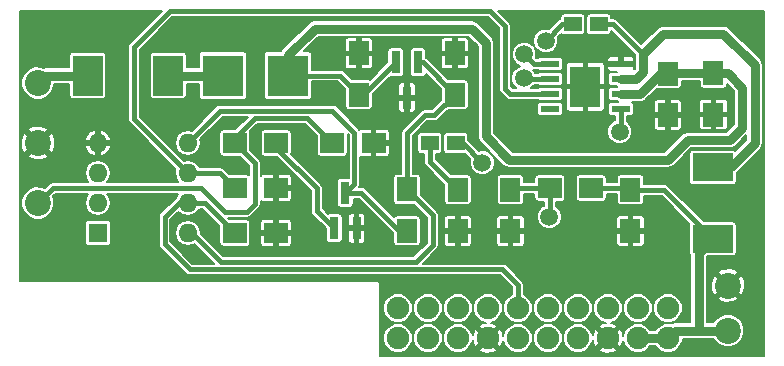
<source format=gbr>
G04 #@! TF.FileFunction,Copper,L1,Top,Signal*
%FSLAX46Y46*%
G04 Gerber Fmt 4.6, Leading zero omitted, Abs format (unit mm)*
G04 Created by KiCad (PCBNEW 4.0.2-stable) date 6/25/2017 2:35:03 PM*
%MOMM*%
G01*
G04 APERTURE LIST*
%ADD10C,0.100000*%
%ADD11R,1.600000X1.600000*%
%ADD12O,1.600000X1.600000*%
%ADD13R,0.800000X1.900000*%
%ADD14R,1.700000X2.000000*%
%ADD15R,1.500000X1.250000*%
%ADD16C,1.900000*%
%ADD17R,3.500000X3.500000*%
%ADD18R,2.620000X3.510000*%
%ADD19R,1.600000X0.610000*%
%ADD20R,3.400000X2.350000*%
%ADD21C,2.200000*%
%ADD22R,2.000000X1.700000*%
%ADD23R,2.500000X3.390000*%
%ADD24C,1.500000*%
%ADD25C,0.800000*%
%ADD26C,0.400000*%
%ADD27C,0.200000*%
G04 APERTURE END LIST*
D10*
D11*
X140970000Y-118110000D03*
D12*
X148590000Y-110490000D03*
X140970000Y-115570000D03*
X148590000Y-113030000D03*
X140970000Y-113030000D03*
X148590000Y-115570000D03*
X140970000Y-110490000D03*
X148590000Y-118110000D03*
D13*
X160975000Y-117705000D03*
X162875000Y-117705000D03*
X161925000Y-114705000D03*
X168082000Y-103656000D03*
X166182000Y-103656000D03*
X167132000Y-106656000D03*
D14*
X163068000Y-106398000D03*
X163068000Y-102898000D03*
X171196000Y-106398000D03*
X171196000Y-102898000D03*
X189230000Y-104605000D03*
X189230000Y-108105000D03*
X193075000Y-104575000D03*
X193075000Y-108075000D03*
D15*
X171280000Y-110490000D03*
X169080000Y-110490000D03*
X183370000Y-100440000D03*
X181170000Y-100440000D03*
D14*
X186050000Y-114450000D03*
X186050000Y-117950000D03*
D16*
X189230000Y-124460000D03*
X189230000Y-127000000D03*
X186690000Y-124460000D03*
X186690000Y-127000000D03*
X184150000Y-124460000D03*
X184150000Y-127000000D03*
X181610000Y-124460000D03*
X181610000Y-127000000D03*
X179070000Y-124460000D03*
X179070000Y-127000000D03*
X176530000Y-124460000D03*
X176530000Y-127000000D03*
X173990000Y-124460000D03*
X173990000Y-127000000D03*
X171450000Y-124460000D03*
X171450000Y-127000000D03*
X168910000Y-124460000D03*
X168910000Y-127000000D03*
X166370000Y-124460000D03*
X166370000Y-127000000D03*
D17*
X157055000Y-104775000D03*
X151555000Y-104775000D03*
D18*
X182245000Y-105720000D03*
D19*
X179245000Y-107625000D03*
X179245000Y-106355000D03*
X179245000Y-105085000D03*
X179245000Y-103815000D03*
X185245000Y-103815000D03*
X185245000Y-105085000D03*
X185245000Y-106355000D03*
X185245000Y-107625000D03*
D20*
X193040000Y-118595000D03*
X193040000Y-112545000D03*
D21*
X135890000Y-105410000D03*
X135890000Y-110490000D03*
X135890000Y-115570000D03*
D22*
X160810000Y-110490000D03*
X164310000Y-110490000D03*
X156055000Y-110490000D03*
X152555000Y-110490000D03*
D14*
X167140000Y-114420000D03*
X167140000Y-117920000D03*
D22*
X152555000Y-114300000D03*
X156055000Y-114300000D03*
D14*
X171450000Y-114455000D03*
X171450000Y-117955000D03*
D22*
X152555000Y-118110000D03*
X156055000Y-118110000D03*
D14*
X175895000Y-114455000D03*
X175895000Y-117955000D03*
D22*
X182725000Y-114300000D03*
X179225000Y-114300000D03*
D23*
X140100000Y-104775000D03*
X146920000Y-104775000D03*
D21*
X194310000Y-126365000D03*
X194310000Y-122555000D03*
D24*
X173525000Y-112150000D03*
X177025000Y-105000000D03*
X178875000Y-101850000D03*
X185150000Y-109525000D03*
X177050000Y-102975000D03*
X179175000Y-116750000D03*
D25*
X193075000Y-104575000D02*
X189260000Y-104575000D01*
X189260000Y-104575000D02*
X189230000Y-104605000D01*
X189230000Y-111910000D02*
X190890000Y-110250000D01*
X157055000Y-103055000D02*
X159315000Y-100795000D01*
X159315000Y-100795000D02*
X172615000Y-100795000D01*
X172615000Y-100795000D02*
X173810000Y-101990000D01*
X173810000Y-101990000D02*
X173810000Y-109920000D01*
X173810000Y-109920000D02*
X175800000Y-111910000D01*
X175800000Y-111910000D02*
X189230000Y-111910000D01*
X194275000Y-104575000D02*
X193075000Y-104575000D01*
X195525000Y-105825000D02*
X194275000Y-104575000D01*
X195525000Y-109194998D02*
X195525000Y-105825000D01*
X194469998Y-110250000D02*
X195525000Y-109194998D01*
X190890000Y-110250000D02*
X194469998Y-110250000D01*
D26*
X163068000Y-106398000D02*
X163440000Y-106398000D01*
X163440000Y-106398000D02*
X166182000Y-103656000D01*
X157055000Y-104775000D02*
X161445000Y-104775000D01*
X161445000Y-104775000D02*
X163068000Y-106398000D01*
D25*
X185245000Y-106355000D02*
X186825000Y-106355000D01*
X186825000Y-106355000D02*
X188575000Y-104605000D01*
X188575000Y-104605000D02*
X189230000Y-104605000D01*
X157055000Y-104775000D02*
X157055000Y-103055000D01*
X182765000Y-104775000D02*
X181435000Y-104775000D01*
D26*
X167140000Y-114420000D02*
X167140000Y-109660000D01*
X169444000Y-108150000D02*
X171196000Y-106398000D01*
X168650000Y-108150000D02*
X169444000Y-108150000D01*
X167140000Y-109660000D02*
X168650000Y-108150000D01*
X168082000Y-103656000D02*
X168454000Y-103656000D01*
X168454000Y-103656000D02*
X171196000Y-106398000D01*
X163410000Y-120590000D02*
X167860000Y-120590000D01*
X169320000Y-116600000D02*
X167140000Y-114420000D01*
X169320000Y-119130000D02*
X169320000Y-116600000D01*
X167860000Y-120590000D02*
X169320000Y-119130000D01*
X148590000Y-118110000D02*
X148900000Y-118110000D01*
X148900000Y-118110000D02*
X151380000Y-120590000D01*
X151380000Y-120590000D02*
X163410000Y-120590000D01*
X163410000Y-120590000D02*
X163480000Y-120590000D01*
X160140000Y-107750000D02*
X160820000Y-107750000D01*
X148590000Y-110490000D02*
X151330000Y-107750000D01*
X162690000Y-113940000D02*
X161925000Y-114705000D01*
X162690000Y-109620000D02*
X162690000Y-113940000D01*
X151330000Y-107750000D02*
X160140000Y-107750000D01*
X160820000Y-107750000D02*
X162690000Y-109620000D01*
X161925000Y-114705000D02*
X163275000Y-114705000D01*
X163275000Y-114705000D02*
X166490000Y-117920000D01*
X166490000Y-117920000D02*
X167140000Y-117920000D01*
X148590000Y-113030000D02*
X144020000Y-108460000D01*
X175875000Y-106355000D02*
X179245000Y-106355000D01*
X175420000Y-105900000D02*
X175875000Y-106355000D01*
X175420000Y-100560000D02*
X175420000Y-105900000D01*
X174200000Y-99340000D02*
X175420000Y-100560000D01*
X147060000Y-99340000D02*
X174200000Y-99340000D01*
X144020000Y-102380000D02*
X147060000Y-99340000D01*
X144020000Y-108460000D02*
X144020000Y-102380000D01*
X148590000Y-113030000D02*
X151285000Y-113030000D01*
X151285000Y-113030000D02*
X152555000Y-114300000D01*
X135890000Y-115570000D02*
X137160000Y-114300000D01*
X154270000Y-112205000D02*
X152555000Y-110490000D01*
X154270000Y-115640000D02*
X154270000Y-112205000D01*
X153580000Y-116330000D02*
X154270000Y-115640000D01*
X151690000Y-116330000D02*
X153580000Y-116330000D01*
X149660000Y-114300000D02*
X151690000Y-116330000D01*
X137160000Y-114300000D02*
X149660000Y-114300000D01*
X152555000Y-110490000D02*
X152555000Y-110075000D01*
X152555000Y-110075000D02*
X154240000Y-108390000D01*
X158710000Y-108390000D02*
X160810000Y-110490000D01*
X154240000Y-108390000D02*
X158710000Y-108390000D01*
X156055000Y-110490000D02*
X156055000Y-110875000D01*
X156055000Y-110875000D02*
X159490000Y-114310000D01*
X159490000Y-114310000D02*
X159490000Y-116220000D01*
X159490000Y-116220000D02*
X160975000Y-117705000D01*
X171280000Y-110490000D02*
X171865000Y-110490000D01*
X171865000Y-110490000D02*
X173525000Y-112150000D01*
X177025000Y-105000000D02*
X177110000Y-105085000D01*
X177110000Y-105085000D02*
X179245000Y-105085000D01*
X171450000Y-114455000D02*
X169080000Y-112085000D01*
X169080000Y-112085000D02*
X169080000Y-110490000D01*
D25*
X193040000Y-112545000D02*
X194530000Y-112545000D01*
X194530000Y-112545000D02*
X196575000Y-110500000D01*
X193925000Y-101250000D02*
X188850000Y-101250000D01*
X196575000Y-103900000D02*
X193925000Y-101250000D01*
X196575000Y-110500000D02*
X196575000Y-103900000D01*
D26*
X183370000Y-100440000D02*
X184560000Y-100440000D01*
X184560000Y-100440000D02*
X187110000Y-102990000D01*
D25*
X186525000Y-105085000D02*
X185245000Y-105085000D01*
X187110000Y-104500000D02*
X186525000Y-105085000D01*
X187110000Y-102990000D02*
X187110000Y-104500000D01*
X188850000Y-101250000D02*
X187110000Y-102990000D01*
X193675000Y-111910000D02*
X193040000Y-112545000D01*
X193040000Y-112545000D02*
X193040000Y-112020000D01*
D26*
X185245000Y-107625000D02*
X185245000Y-109430000D01*
X180285000Y-100440000D02*
X181170000Y-100440000D01*
X178875000Y-101850000D02*
X180285000Y-100440000D01*
X185245000Y-109430000D02*
X185150000Y-109525000D01*
X186055000Y-114455000D02*
X185900000Y-114300000D01*
X185900000Y-114300000D02*
X182725000Y-114300000D01*
X193040000Y-118595000D02*
X188900000Y-114455000D01*
X188900000Y-114455000D02*
X186055000Y-114455000D01*
D25*
X191830000Y-126365000D02*
X191830000Y-119805000D01*
X191830000Y-119805000D02*
X193040000Y-118595000D01*
X194310000Y-126365000D02*
X191830000Y-126365000D01*
X191830000Y-126365000D02*
X189865000Y-126365000D01*
X189865000Y-126365000D02*
X189230000Y-127000000D01*
X186690000Y-127000000D02*
X189230000Y-127000000D01*
D26*
X148590000Y-115570000D02*
X147810000Y-115570000D01*
X147810000Y-115570000D02*
X146610000Y-116770000D01*
X176530000Y-122500000D02*
X176530000Y-124460000D01*
X175220002Y-121190002D02*
X176530000Y-122500000D01*
X148770002Y-121190002D02*
X175220002Y-121190002D01*
X146610000Y-119030000D02*
X148770002Y-121190002D01*
X146610000Y-116770000D02*
X146610000Y-119030000D01*
X148590000Y-115570000D02*
X150015000Y-115570000D01*
X150015000Y-115570000D02*
X152555000Y-118110000D01*
D25*
X146920000Y-104775000D02*
X151555000Y-104775000D01*
D26*
X179225000Y-114300000D02*
X179225000Y-116700000D01*
X177890000Y-103815000D02*
X179245000Y-103815000D01*
X177050000Y-102975000D02*
X177890000Y-103815000D01*
X179225000Y-116700000D02*
X179175000Y-116750000D01*
X179225000Y-114300000D02*
X176050000Y-114300000D01*
X176050000Y-114300000D02*
X175895000Y-114455000D01*
D25*
X135890000Y-105410000D02*
X136525000Y-104775000D01*
X136525000Y-104775000D02*
X140100000Y-104775000D01*
D27*
G36*
X143666447Y-102026447D02*
X143558060Y-102188658D01*
X143520000Y-102380000D01*
X143520000Y-108460000D01*
X143550223Y-108611940D01*
X143558060Y-108651342D01*
X143666447Y-108813553D01*
X147537211Y-112684317D01*
X147468450Y-113030000D01*
X147552183Y-113450952D01*
X147785410Y-113800000D01*
X141774590Y-113800000D01*
X142007817Y-113450952D01*
X142091550Y-113030000D01*
X142007817Y-112609048D01*
X141769367Y-112252183D01*
X141412502Y-112013733D01*
X140991550Y-111930000D01*
X140948450Y-111930000D01*
X140527498Y-112013733D01*
X140170633Y-112252183D01*
X139932183Y-112609048D01*
X139848450Y-113030000D01*
X139932183Y-113450952D01*
X140165410Y-113800000D01*
X137160000Y-113800000D01*
X137003282Y-113831173D01*
X136968658Y-113838060D01*
X136806446Y-113946447D01*
X136461488Y-114291405D01*
X136169699Y-114170243D01*
X135612744Y-114169757D01*
X135098000Y-114382445D01*
X134703830Y-114775928D01*
X134490243Y-115290301D01*
X134489757Y-115847256D01*
X134702445Y-116362000D01*
X135095928Y-116756170D01*
X135610301Y-116969757D01*
X136167256Y-116970243D01*
X136682000Y-116757555D01*
X137076170Y-116364072D01*
X137289757Y-115849699D01*
X137290243Y-115292744D01*
X137168647Y-114998460D01*
X137367107Y-114800000D01*
X140165410Y-114800000D01*
X139932183Y-115149048D01*
X139848450Y-115570000D01*
X139932183Y-115990952D01*
X140170633Y-116347817D01*
X140527498Y-116586267D01*
X140948450Y-116670000D01*
X140991550Y-116670000D01*
X141412502Y-116586267D01*
X141769367Y-116347817D01*
X142007817Y-115990952D01*
X142091550Y-115570000D01*
X142007817Y-115149048D01*
X141774590Y-114800000D01*
X147785410Y-114800000D01*
X147552183Y-115149048D01*
X147551396Y-115153003D01*
X147456446Y-115216447D01*
X146256447Y-116416447D01*
X146148060Y-116578658D01*
X146110000Y-116770000D01*
X146110000Y-119030000D01*
X146142812Y-119194958D01*
X146148060Y-119221342D01*
X146256447Y-119383553D01*
X148416449Y-121543555D01*
X148578660Y-121651942D01*
X148770002Y-121690002D01*
X175012896Y-121690002D01*
X176030000Y-122707106D01*
X176030000Y-123314094D01*
X175822857Y-123399684D01*
X175470919Y-123751007D01*
X175280217Y-124210269D01*
X175279783Y-124707550D01*
X175469684Y-125167143D01*
X175821007Y-125519081D01*
X176280269Y-125709783D01*
X176777550Y-125710217D01*
X177237143Y-125520316D01*
X177589081Y-125168993D01*
X177779783Y-124709731D01*
X177779784Y-124707550D01*
X177819783Y-124707550D01*
X178009684Y-125167143D01*
X178361007Y-125519081D01*
X178820269Y-125709783D01*
X179317550Y-125710217D01*
X179777143Y-125520316D01*
X180129081Y-125168993D01*
X180319783Y-124709731D01*
X180319784Y-124707550D01*
X180359783Y-124707550D01*
X180549684Y-125167143D01*
X180901007Y-125519081D01*
X181360269Y-125709783D01*
X181857550Y-125710217D01*
X182317143Y-125520316D01*
X182669081Y-125168993D01*
X182859783Y-124709731D01*
X182859784Y-124707550D01*
X182899783Y-124707550D01*
X183089684Y-125167143D01*
X183441007Y-125519081D01*
X183900269Y-125709783D01*
X183969262Y-125709843D01*
X183795831Y-125722725D01*
X183497266Y-125846394D01*
X183387139Y-126025007D01*
X184150000Y-126787868D01*
X184912861Y-126025007D01*
X184802734Y-125846394D01*
X184389793Y-125710210D01*
X184397550Y-125710217D01*
X184857143Y-125520316D01*
X185209081Y-125168993D01*
X185399783Y-124709731D01*
X185399784Y-124707550D01*
X185439783Y-124707550D01*
X185629684Y-125167143D01*
X185981007Y-125519081D01*
X186440269Y-125709783D01*
X186937550Y-125710217D01*
X187397143Y-125520316D01*
X187749081Y-125168993D01*
X187939783Y-124709731D01*
X187939784Y-124707550D01*
X187979783Y-124707550D01*
X188169684Y-125167143D01*
X188521007Y-125519081D01*
X188980269Y-125709783D01*
X189477550Y-125710217D01*
X189937143Y-125520316D01*
X190289081Y-125168993D01*
X190479783Y-124709731D01*
X190480217Y-124212450D01*
X190290316Y-123752857D01*
X189938993Y-123400919D01*
X189479731Y-123210217D01*
X188982450Y-123209783D01*
X188522857Y-123399684D01*
X188170919Y-123751007D01*
X187980217Y-124210269D01*
X187979783Y-124707550D01*
X187939784Y-124707550D01*
X187940217Y-124212450D01*
X187750316Y-123752857D01*
X187398993Y-123400919D01*
X186939731Y-123210217D01*
X186442450Y-123209783D01*
X185982857Y-123399684D01*
X185630919Y-123751007D01*
X185440217Y-124210269D01*
X185439783Y-124707550D01*
X185399784Y-124707550D01*
X185400217Y-124212450D01*
X185210316Y-123752857D01*
X184858993Y-123400919D01*
X184399731Y-123210217D01*
X183902450Y-123209783D01*
X183442857Y-123399684D01*
X183090919Y-123751007D01*
X182900217Y-124210269D01*
X182899783Y-124707550D01*
X182859784Y-124707550D01*
X182860217Y-124212450D01*
X182670316Y-123752857D01*
X182318993Y-123400919D01*
X181859731Y-123210217D01*
X181362450Y-123209783D01*
X180902857Y-123399684D01*
X180550919Y-123751007D01*
X180360217Y-124210269D01*
X180359783Y-124707550D01*
X180319784Y-124707550D01*
X180320217Y-124212450D01*
X180130316Y-123752857D01*
X179778993Y-123400919D01*
X179319731Y-123210217D01*
X178822450Y-123209783D01*
X178362857Y-123399684D01*
X178010919Y-123751007D01*
X177820217Y-124210269D01*
X177819783Y-124707550D01*
X177779784Y-124707550D01*
X177780217Y-124212450D01*
X177590316Y-123752857D01*
X177238993Y-123400919D01*
X177030000Y-123314138D01*
X177030000Y-122500000D01*
X176991940Y-122308658D01*
X176883553Y-122146447D01*
X175573555Y-120836449D01*
X175411344Y-120728062D01*
X175220002Y-120690002D01*
X168467104Y-120690002D01*
X169673554Y-119483553D01*
X169781940Y-119321342D01*
X169820000Y-119130000D01*
X169820000Y-118192500D01*
X170250000Y-118192500D01*
X170250000Y-119024619D01*
X170303284Y-119153259D01*
X170401741Y-119251715D01*
X170530380Y-119305000D01*
X171212500Y-119305000D01*
X171300000Y-119217500D01*
X171300000Y-118105000D01*
X171600000Y-118105000D01*
X171600000Y-119217500D01*
X171687500Y-119305000D01*
X172369620Y-119305000D01*
X172498259Y-119251715D01*
X172596716Y-119153259D01*
X172650000Y-119024619D01*
X172650000Y-118192500D01*
X174695000Y-118192500D01*
X174695000Y-119024619D01*
X174748284Y-119153259D01*
X174846741Y-119251715D01*
X174975380Y-119305000D01*
X175657500Y-119305000D01*
X175745000Y-119217500D01*
X175745000Y-118105000D01*
X176045000Y-118105000D01*
X176045000Y-119217500D01*
X176132500Y-119305000D01*
X176814620Y-119305000D01*
X176943259Y-119251715D01*
X177041716Y-119153259D01*
X177095000Y-119024619D01*
X177095000Y-118192500D01*
X177090000Y-118187500D01*
X184850000Y-118187500D01*
X184850000Y-119019619D01*
X184903284Y-119148259D01*
X185001741Y-119246715D01*
X185130380Y-119300000D01*
X185812500Y-119300000D01*
X185900000Y-119212500D01*
X185900000Y-118100000D01*
X186200000Y-118100000D01*
X186200000Y-119212500D01*
X186287500Y-119300000D01*
X186969620Y-119300000D01*
X187098259Y-119246715D01*
X187196716Y-119148259D01*
X187250000Y-119019619D01*
X187250000Y-118187500D01*
X187162500Y-118100000D01*
X186200000Y-118100000D01*
X185900000Y-118100000D01*
X184937500Y-118100000D01*
X184850000Y-118187500D01*
X177090000Y-118187500D01*
X177007500Y-118105000D01*
X176045000Y-118105000D01*
X175745000Y-118105000D01*
X174782500Y-118105000D01*
X174695000Y-118192500D01*
X172650000Y-118192500D01*
X172562500Y-118105000D01*
X171600000Y-118105000D01*
X171300000Y-118105000D01*
X170337500Y-118105000D01*
X170250000Y-118192500D01*
X169820000Y-118192500D01*
X169820000Y-116885381D01*
X170250000Y-116885381D01*
X170250000Y-117717500D01*
X170337500Y-117805000D01*
X171300000Y-117805000D01*
X171300000Y-116692500D01*
X171600000Y-116692500D01*
X171600000Y-117805000D01*
X172562500Y-117805000D01*
X172650000Y-117717500D01*
X172650000Y-116885381D01*
X174695000Y-116885381D01*
X174695000Y-117717500D01*
X174782500Y-117805000D01*
X175745000Y-117805000D01*
X175745000Y-116692500D01*
X176045000Y-116692500D01*
X176045000Y-117805000D01*
X177007500Y-117805000D01*
X177095000Y-117717500D01*
X177095000Y-116885381D01*
X177041716Y-116756741D01*
X176943259Y-116658285D01*
X176814620Y-116605000D01*
X176132500Y-116605000D01*
X176045000Y-116692500D01*
X175745000Y-116692500D01*
X175657500Y-116605000D01*
X174975380Y-116605000D01*
X174846741Y-116658285D01*
X174748284Y-116756741D01*
X174695000Y-116885381D01*
X172650000Y-116885381D01*
X172596716Y-116756741D01*
X172498259Y-116658285D01*
X172369620Y-116605000D01*
X171687500Y-116605000D01*
X171600000Y-116692500D01*
X171300000Y-116692500D01*
X171212500Y-116605000D01*
X170530380Y-116605000D01*
X170401741Y-116658285D01*
X170303284Y-116756741D01*
X170250000Y-116885381D01*
X169820000Y-116885381D01*
X169820000Y-116600000D01*
X169781940Y-116408658D01*
X169714722Y-116308060D01*
X169673554Y-116246447D01*
X168295877Y-114868771D01*
X168295877Y-113420000D01*
X168274958Y-113308827D01*
X168209255Y-113206721D01*
X168109003Y-113138222D01*
X167990000Y-113114123D01*
X167640000Y-113114123D01*
X167640000Y-109867106D01*
X167642106Y-109865000D01*
X168024123Y-109865000D01*
X168024123Y-111115000D01*
X168045042Y-111226173D01*
X168110745Y-111328279D01*
X168210997Y-111396778D01*
X168330000Y-111420877D01*
X168580000Y-111420877D01*
X168580000Y-112085000D01*
X168613255Y-112252183D01*
X168618060Y-112276342D01*
X168726447Y-112438553D01*
X170294123Y-114006229D01*
X170294123Y-115455000D01*
X170315042Y-115566173D01*
X170380745Y-115668279D01*
X170480997Y-115736778D01*
X170600000Y-115760877D01*
X172300000Y-115760877D01*
X172411173Y-115739958D01*
X172513279Y-115674255D01*
X172581778Y-115574003D01*
X172605877Y-115455000D01*
X172605877Y-113455000D01*
X174739123Y-113455000D01*
X174739123Y-115455000D01*
X174760042Y-115566173D01*
X174825745Y-115668279D01*
X174925997Y-115736778D01*
X175045000Y-115760877D01*
X176745000Y-115760877D01*
X176856173Y-115739958D01*
X176958279Y-115674255D01*
X177026778Y-115574003D01*
X177050877Y-115455000D01*
X177050877Y-114800000D01*
X177919123Y-114800000D01*
X177919123Y-115150000D01*
X177940042Y-115261173D01*
X178005745Y-115363279D01*
X178105997Y-115431778D01*
X178225000Y-115455877D01*
X178725000Y-115455877D01*
X178725000Y-115799834D01*
X178581000Y-115859334D01*
X178285372Y-116154446D01*
X178125182Y-116540226D01*
X178124818Y-116957942D01*
X178284334Y-117344000D01*
X178579446Y-117639628D01*
X178965226Y-117799818D01*
X179382942Y-117800182D01*
X179769000Y-117640666D01*
X180064628Y-117345554D01*
X180224818Y-116959774D01*
X180224887Y-116880381D01*
X184850000Y-116880381D01*
X184850000Y-117712500D01*
X184937500Y-117800000D01*
X185900000Y-117800000D01*
X185900000Y-116687500D01*
X186200000Y-116687500D01*
X186200000Y-117800000D01*
X187162500Y-117800000D01*
X187250000Y-117712500D01*
X187250000Y-116880381D01*
X187196716Y-116751741D01*
X187098259Y-116653285D01*
X186969620Y-116600000D01*
X186287500Y-116600000D01*
X186200000Y-116687500D01*
X185900000Y-116687500D01*
X185812500Y-116600000D01*
X185130380Y-116600000D01*
X185001741Y-116653285D01*
X184903284Y-116751741D01*
X184850000Y-116880381D01*
X180224887Y-116880381D01*
X180225182Y-116542058D01*
X180065666Y-116156000D01*
X179770554Y-115860372D01*
X179725000Y-115841456D01*
X179725000Y-115455877D01*
X180225000Y-115455877D01*
X180336173Y-115434958D01*
X180438279Y-115369255D01*
X180506778Y-115269003D01*
X180530877Y-115150000D01*
X180530877Y-113450000D01*
X181419123Y-113450000D01*
X181419123Y-115150000D01*
X181440042Y-115261173D01*
X181505745Y-115363279D01*
X181605997Y-115431778D01*
X181725000Y-115455877D01*
X183725000Y-115455877D01*
X183836173Y-115434958D01*
X183938279Y-115369255D01*
X184006778Y-115269003D01*
X184030877Y-115150000D01*
X184030877Y-114800000D01*
X184894123Y-114800000D01*
X184894123Y-115450000D01*
X184915042Y-115561173D01*
X184980745Y-115663279D01*
X185080997Y-115731778D01*
X185200000Y-115755877D01*
X186900000Y-115755877D01*
X187011173Y-115734958D01*
X187113279Y-115669255D01*
X187181778Y-115569003D01*
X187205877Y-115450000D01*
X187205877Y-114955000D01*
X188692894Y-114955000D01*
X191054967Y-117317073D01*
X191034123Y-117420000D01*
X191034123Y-119770000D01*
X191055042Y-119881173D01*
X191120745Y-119983279D01*
X191130000Y-119989603D01*
X191130000Y-125665000D01*
X189865005Y-125665000D01*
X189865000Y-125664999D01*
X189597121Y-125718284D01*
X189522655Y-125768041D01*
X189479731Y-125750217D01*
X188982450Y-125749783D01*
X188522857Y-125939684D01*
X188170919Y-126291007D01*
X188167185Y-126300000D01*
X187753267Y-126300000D01*
X187750316Y-126292857D01*
X187398993Y-125940919D01*
X186939731Y-125750217D01*
X186442450Y-125749783D01*
X185982857Y-125939684D01*
X185630919Y-126291007D01*
X185440217Y-126750269D01*
X185440157Y-126819262D01*
X185427275Y-126645831D01*
X185303606Y-126347266D01*
X185124993Y-126237139D01*
X184362132Y-127000000D01*
X185124993Y-127762861D01*
X185303606Y-127652734D01*
X185439790Y-127239793D01*
X185439783Y-127247550D01*
X185629684Y-127707143D01*
X185981007Y-128059081D01*
X186440269Y-128249783D01*
X186937550Y-128250217D01*
X187397143Y-128060316D01*
X187749081Y-127708993D01*
X187752815Y-127700000D01*
X188166733Y-127700000D01*
X188169684Y-127707143D01*
X188521007Y-128059081D01*
X188980269Y-128249783D01*
X189477550Y-128250217D01*
X189937143Y-128060316D01*
X190289081Y-127708993D01*
X190479783Y-127249731D01*
X190479944Y-127065000D01*
X193084431Y-127065000D01*
X193122445Y-127157000D01*
X193515928Y-127551170D01*
X194030301Y-127764757D01*
X194587256Y-127765243D01*
X195102000Y-127552555D01*
X195496170Y-127159072D01*
X195709757Y-126644699D01*
X195710243Y-126087744D01*
X195497555Y-125573000D01*
X195104072Y-125178830D01*
X194589699Y-124965243D01*
X194032744Y-124964757D01*
X193518000Y-125177445D01*
X193123830Y-125570928D01*
X193084768Y-125665000D01*
X192530000Y-125665000D01*
X192530000Y-123638850D01*
X193438282Y-123638850D01*
X193566851Y-123833052D01*
X194112510Y-124020157D01*
X194688234Y-123984204D01*
X195053149Y-123833052D01*
X195181718Y-123638850D01*
X194310000Y-122767132D01*
X193438282Y-123638850D01*
X192530000Y-123638850D01*
X192530000Y-122357510D01*
X192844843Y-122357510D01*
X192880796Y-122933234D01*
X193031948Y-123298149D01*
X193226150Y-123426718D01*
X194097868Y-122555000D01*
X194522132Y-122555000D01*
X195393850Y-123426718D01*
X195588052Y-123298149D01*
X195775157Y-122752490D01*
X195739204Y-122176766D01*
X195588052Y-121811851D01*
X195393850Y-121683282D01*
X194522132Y-122555000D01*
X194097868Y-122555000D01*
X193226150Y-121683282D01*
X193031948Y-121811851D01*
X192844843Y-122357510D01*
X192530000Y-122357510D01*
X192530000Y-121471150D01*
X193438282Y-121471150D01*
X194310000Y-122342868D01*
X195181718Y-121471150D01*
X195053149Y-121276948D01*
X194507490Y-121089843D01*
X193931766Y-121125796D01*
X193566851Y-121276948D01*
X193438282Y-121471150D01*
X192530000Y-121471150D01*
X192530000Y-120094950D01*
X192549073Y-120075877D01*
X194740000Y-120075877D01*
X194851173Y-120054958D01*
X194953279Y-119989255D01*
X195021778Y-119889003D01*
X195045877Y-119770000D01*
X195045877Y-117420000D01*
X195024958Y-117308827D01*
X194959255Y-117206721D01*
X194859003Y-117138222D01*
X194740000Y-117114123D01*
X192266229Y-117114123D01*
X189253553Y-114101447D01*
X189091342Y-113993060D01*
X188900000Y-113955000D01*
X187205877Y-113955000D01*
X187205877Y-113450000D01*
X187184958Y-113338827D01*
X187119255Y-113236721D01*
X187019003Y-113168222D01*
X186900000Y-113144123D01*
X185200000Y-113144123D01*
X185088827Y-113165042D01*
X184986721Y-113230745D01*
X184918222Y-113330997D01*
X184894123Y-113450000D01*
X184894123Y-113800000D01*
X184030877Y-113800000D01*
X184030877Y-113450000D01*
X184009958Y-113338827D01*
X183944255Y-113236721D01*
X183844003Y-113168222D01*
X183725000Y-113144123D01*
X181725000Y-113144123D01*
X181613827Y-113165042D01*
X181511721Y-113230745D01*
X181443222Y-113330997D01*
X181419123Y-113450000D01*
X180530877Y-113450000D01*
X180509958Y-113338827D01*
X180444255Y-113236721D01*
X180344003Y-113168222D01*
X180225000Y-113144123D01*
X178225000Y-113144123D01*
X178113827Y-113165042D01*
X178011721Y-113230745D01*
X177943222Y-113330997D01*
X177919123Y-113450000D01*
X177919123Y-113800000D01*
X177050877Y-113800000D01*
X177050877Y-113455000D01*
X177029958Y-113343827D01*
X176964255Y-113241721D01*
X176864003Y-113173222D01*
X176745000Y-113149123D01*
X175045000Y-113149123D01*
X174933827Y-113170042D01*
X174831721Y-113235745D01*
X174763222Y-113335997D01*
X174739123Y-113455000D01*
X172605877Y-113455000D01*
X172584958Y-113343827D01*
X172519255Y-113241721D01*
X172419003Y-113173222D01*
X172300000Y-113149123D01*
X170851229Y-113149123D01*
X169580000Y-111877894D01*
X169580000Y-111420877D01*
X169830000Y-111420877D01*
X169941173Y-111399958D01*
X170043279Y-111334255D01*
X170111778Y-111234003D01*
X170135877Y-111115000D01*
X170135877Y-109865000D01*
X170224123Y-109865000D01*
X170224123Y-111115000D01*
X170245042Y-111226173D01*
X170310745Y-111328279D01*
X170410997Y-111396778D01*
X170530000Y-111420877D01*
X172030000Y-111420877D01*
X172079463Y-111411570D01*
X172514186Y-111846293D01*
X172475182Y-111940226D01*
X172474818Y-112357942D01*
X172634334Y-112744000D01*
X172929446Y-113039628D01*
X173315226Y-113199818D01*
X173732942Y-113200182D01*
X174119000Y-113040666D01*
X174414628Y-112745554D01*
X174574818Y-112359774D01*
X174575182Y-111942058D01*
X174415666Y-111556000D01*
X174120554Y-111260372D01*
X173734774Y-111100182D01*
X173317058Y-111099818D01*
X173221435Y-111139329D01*
X172335877Y-110253771D01*
X172335877Y-109865000D01*
X172314958Y-109753827D01*
X172249255Y-109651721D01*
X172149003Y-109583222D01*
X172030000Y-109559123D01*
X170530000Y-109559123D01*
X170418827Y-109580042D01*
X170316721Y-109645745D01*
X170248222Y-109745997D01*
X170224123Y-109865000D01*
X170135877Y-109865000D01*
X170114958Y-109753827D01*
X170049255Y-109651721D01*
X169949003Y-109583222D01*
X169830000Y-109559123D01*
X168330000Y-109559123D01*
X168218827Y-109580042D01*
X168116721Y-109645745D01*
X168048222Y-109745997D01*
X168024123Y-109865000D01*
X167642106Y-109865000D01*
X168857107Y-108650000D01*
X169444000Y-108650000D01*
X169635342Y-108611940D01*
X169797553Y-108503553D01*
X170597229Y-107703877D01*
X172046000Y-107703877D01*
X172157173Y-107682958D01*
X172259279Y-107617255D01*
X172327778Y-107517003D01*
X172351877Y-107398000D01*
X172351877Y-105398000D01*
X172330958Y-105286827D01*
X172265255Y-105184721D01*
X172165003Y-105116222D01*
X172046000Y-105092123D01*
X170597230Y-105092123D01*
X168807553Y-103302447D01*
X168787877Y-103289300D01*
X168787877Y-103135500D01*
X169996000Y-103135500D01*
X169996000Y-103967619D01*
X170049284Y-104096259D01*
X170147741Y-104194715D01*
X170276380Y-104248000D01*
X170958500Y-104248000D01*
X171046000Y-104160500D01*
X171046000Y-103048000D01*
X171346000Y-103048000D01*
X171346000Y-104160500D01*
X171433500Y-104248000D01*
X172115620Y-104248000D01*
X172244259Y-104194715D01*
X172342716Y-104096259D01*
X172396000Y-103967619D01*
X172396000Y-103135500D01*
X172308500Y-103048000D01*
X171346000Y-103048000D01*
X171046000Y-103048000D01*
X170083500Y-103048000D01*
X169996000Y-103135500D01*
X168787877Y-103135500D01*
X168787877Y-102706000D01*
X168766958Y-102594827D01*
X168701255Y-102492721D01*
X168601003Y-102424222D01*
X168482000Y-102400123D01*
X167682000Y-102400123D01*
X167570827Y-102421042D01*
X167468721Y-102486745D01*
X167400222Y-102586997D01*
X167376123Y-102706000D01*
X167376123Y-104606000D01*
X167397042Y-104717173D01*
X167462745Y-104819279D01*
X167562997Y-104887778D01*
X167682000Y-104911877D01*
X168482000Y-104911877D01*
X168593173Y-104890958D01*
X168695279Y-104825255D01*
X168763778Y-104725003D01*
X168772555Y-104681661D01*
X170040123Y-105949230D01*
X170040123Y-106846770D01*
X169236894Y-107650000D01*
X168650000Y-107650000D01*
X168484308Y-107682958D01*
X168458658Y-107688060D01*
X168296446Y-107796447D01*
X166786447Y-109306447D01*
X166678060Y-109468658D01*
X166640000Y-109660000D01*
X166640000Y-113114123D01*
X166290000Y-113114123D01*
X166178827Y-113135042D01*
X166076721Y-113200745D01*
X166008222Y-113300997D01*
X165984123Y-113420000D01*
X165984123Y-115420000D01*
X166005042Y-115531173D01*
X166070745Y-115633279D01*
X166170997Y-115701778D01*
X166290000Y-115725877D01*
X167738771Y-115725877D01*
X168820000Y-116807107D01*
X168820000Y-118922893D01*
X167652894Y-120090000D01*
X151587107Y-120090000D01*
X149694222Y-118197115D01*
X149711550Y-118110000D01*
X149627817Y-117689048D01*
X149389367Y-117332183D01*
X149032502Y-117093733D01*
X148611550Y-117010000D01*
X148568450Y-117010000D01*
X148147498Y-117093733D01*
X147790633Y-117332183D01*
X147552183Y-117689048D01*
X147468450Y-118110000D01*
X147552183Y-118530952D01*
X147790633Y-118887817D01*
X148147498Y-119126267D01*
X148568450Y-119210000D01*
X148611550Y-119210000D01*
X149032502Y-119126267D01*
X149138401Y-119055507D01*
X150772895Y-120690002D01*
X148977108Y-120690002D01*
X147110000Y-118822894D01*
X147110000Y-116977106D01*
X147770068Y-116317039D01*
X147790633Y-116347817D01*
X148147498Y-116586267D01*
X148568450Y-116670000D01*
X148611550Y-116670000D01*
X149032502Y-116586267D01*
X149389367Y-116347817D01*
X149574999Y-116070000D01*
X149807894Y-116070000D01*
X151249123Y-117511230D01*
X151249123Y-118960000D01*
X151270042Y-119071173D01*
X151335745Y-119173279D01*
X151435997Y-119241778D01*
X151555000Y-119265877D01*
X153555000Y-119265877D01*
X153666173Y-119244958D01*
X153768279Y-119179255D01*
X153836778Y-119079003D01*
X153860877Y-118960000D01*
X153860877Y-118347500D01*
X154705000Y-118347500D01*
X154705000Y-119029620D01*
X154758285Y-119158259D01*
X154856741Y-119256716D01*
X154985381Y-119310000D01*
X155817500Y-119310000D01*
X155905000Y-119222500D01*
X155905000Y-118260000D01*
X156205000Y-118260000D01*
X156205000Y-119222500D01*
X156292500Y-119310000D01*
X157124619Y-119310000D01*
X157253259Y-119256716D01*
X157351715Y-119158259D01*
X157405000Y-119029620D01*
X157405000Y-118347500D01*
X157317500Y-118260000D01*
X156205000Y-118260000D01*
X155905000Y-118260000D01*
X154792500Y-118260000D01*
X154705000Y-118347500D01*
X153860877Y-118347500D01*
X153860877Y-117260000D01*
X153847777Y-117190380D01*
X154705000Y-117190380D01*
X154705000Y-117872500D01*
X154792500Y-117960000D01*
X155905000Y-117960000D01*
X155905000Y-116997500D01*
X156205000Y-116997500D01*
X156205000Y-117960000D01*
X157317500Y-117960000D01*
X157405000Y-117872500D01*
X157405000Y-117190380D01*
X157351715Y-117061741D01*
X157253259Y-116963284D01*
X157124619Y-116910000D01*
X156292500Y-116910000D01*
X156205000Y-116997500D01*
X155905000Y-116997500D01*
X155817500Y-116910000D01*
X154985381Y-116910000D01*
X154856741Y-116963284D01*
X154758285Y-117061741D01*
X154705000Y-117190380D01*
X153847777Y-117190380D01*
X153839958Y-117148827D01*
X153774255Y-117046721D01*
X153674003Y-116978222D01*
X153555000Y-116954123D01*
X152106230Y-116954123D01*
X151982107Y-116830000D01*
X153580000Y-116830000D01*
X153771342Y-116791940D01*
X153933553Y-116683553D01*
X154623553Y-115993554D01*
X154731940Y-115831342D01*
X154743345Y-115774003D01*
X154770000Y-115640000D01*
X154770000Y-115359974D01*
X154856741Y-115446716D01*
X154985381Y-115500000D01*
X155817500Y-115500000D01*
X155905000Y-115412500D01*
X155905000Y-114450000D01*
X156205000Y-114450000D01*
X156205000Y-115412500D01*
X156292500Y-115500000D01*
X157124619Y-115500000D01*
X157253259Y-115446716D01*
X157351715Y-115348259D01*
X157405000Y-115219620D01*
X157405000Y-114537500D01*
X157317500Y-114450000D01*
X156205000Y-114450000D01*
X155905000Y-114450000D01*
X155885000Y-114450000D01*
X155885000Y-114150000D01*
X155905000Y-114150000D01*
X155905000Y-113187500D01*
X156205000Y-113187500D01*
X156205000Y-114150000D01*
X157317500Y-114150000D01*
X157405000Y-114062500D01*
X157405000Y-113380380D01*
X157351715Y-113251741D01*
X157253259Y-113153284D01*
X157124619Y-113100000D01*
X156292500Y-113100000D01*
X156205000Y-113187500D01*
X155905000Y-113187500D01*
X155817500Y-113100000D01*
X154985381Y-113100000D01*
X154856741Y-113153284D01*
X154770000Y-113240026D01*
X154770000Y-112205000D01*
X154731940Y-112013658D01*
X154623553Y-111851446D01*
X153860877Y-111088770D01*
X153860877Y-109640000D01*
X154749123Y-109640000D01*
X154749123Y-111340000D01*
X154770042Y-111451173D01*
X154835745Y-111553279D01*
X154935997Y-111621778D01*
X155055000Y-111645877D01*
X156118771Y-111645877D01*
X158990000Y-114517107D01*
X158990000Y-116220000D01*
X159025097Y-116396447D01*
X159028060Y-116411342D01*
X159136447Y-116573553D01*
X160269123Y-117706229D01*
X160269123Y-118655000D01*
X160290042Y-118766173D01*
X160355745Y-118868279D01*
X160455997Y-118936778D01*
X160575000Y-118960877D01*
X161375000Y-118960877D01*
X161486173Y-118939958D01*
X161588279Y-118874255D01*
X161656778Y-118774003D01*
X161680877Y-118655000D01*
X161680877Y-117942500D01*
X162125000Y-117942500D01*
X162125000Y-118724619D01*
X162178284Y-118853259D01*
X162276741Y-118951715D01*
X162405380Y-119005000D01*
X162637500Y-119005000D01*
X162725000Y-118917500D01*
X162725000Y-117855000D01*
X163025000Y-117855000D01*
X163025000Y-118917500D01*
X163112500Y-119005000D01*
X163344620Y-119005000D01*
X163473259Y-118951715D01*
X163571716Y-118853259D01*
X163625000Y-118724619D01*
X163625000Y-117942500D01*
X163537500Y-117855000D01*
X163025000Y-117855000D01*
X162725000Y-117855000D01*
X162212500Y-117855000D01*
X162125000Y-117942500D01*
X161680877Y-117942500D01*
X161680877Y-116755000D01*
X161667778Y-116685381D01*
X162125000Y-116685381D01*
X162125000Y-117467500D01*
X162212500Y-117555000D01*
X162725000Y-117555000D01*
X162725000Y-116492500D01*
X163025000Y-116492500D01*
X163025000Y-117555000D01*
X163537500Y-117555000D01*
X163625000Y-117467500D01*
X163625000Y-116685381D01*
X163571716Y-116556741D01*
X163473259Y-116458285D01*
X163344620Y-116405000D01*
X163112500Y-116405000D01*
X163025000Y-116492500D01*
X162725000Y-116492500D01*
X162637500Y-116405000D01*
X162405380Y-116405000D01*
X162276741Y-116458285D01*
X162178284Y-116556741D01*
X162125000Y-116685381D01*
X161667778Y-116685381D01*
X161659958Y-116643827D01*
X161594255Y-116541721D01*
X161494003Y-116473222D01*
X161375000Y-116449123D01*
X160575000Y-116449123D01*
X160463827Y-116470042D01*
X160453678Y-116476572D01*
X159990000Y-116012894D01*
X159990000Y-114310000D01*
X159951940Y-114118658D01*
X159889945Y-114025877D01*
X159843554Y-113956447D01*
X157338349Y-111451243D01*
X157360877Y-111340000D01*
X157360877Y-109640000D01*
X157339958Y-109528827D01*
X157274255Y-109426721D01*
X157174003Y-109358222D01*
X157055000Y-109334123D01*
X155055000Y-109334123D01*
X154943827Y-109355042D01*
X154841721Y-109420745D01*
X154773222Y-109520997D01*
X154749123Y-109640000D01*
X153860877Y-109640000D01*
X153839958Y-109528827D01*
X153827555Y-109509551D01*
X154447106Y-108890000D01*
X158502894Y-108890000D01*
X159504123Y-109891230D01*
X159504123Y-111340000D01*
X159525042Y-111451173D01*
X159590745Y-111553279D01*
X159690997Y-111621778D01*
X159810000Y-111645877D01*
X161810000Y-111645877D01*
X161921173Y-111624958D01*
X162023279Y-111559255D01*
X162091778Y-111459003D01*
X162115877Y-111340000D01*
X162115877Y-109752984D01*
X162190000Y-109827107D01*
X162190000Y-113449123D01*
X161525000Y-113449123D01*
X161413827Y-113470042D01*
X161311721Y-113535745D01*
X161243222Y-113635997D01*
X161219123Y-113755000D01*
X161219123Y-115655000D01*
X161240042Y-115766173D01*
X161305745Y-115868279D01*
X161405997Y-115936778D01*
X161525000Y-115960877D01*
X162325000Y-115960877D01*
X162436173Y-115939958D01*
X162538279Y-115874255D01*
X162606778Y-115774003D01*
X162630877Y-115655000D01*
X162630877Y-115205000D01*
X163067894Y-115205000D01*
X165984123Y-118121230D01*
X165984123Y-118920000D01*
X166005042Y-119031173D01*
X166070745Y-119133279D01*
X166170997Y-119201778D01*
X166290000Y-119225877D01*
X167990000Y-119225877D01*
X168101173Y-119204958D01*
X168203279Y-119139255D01*
X168271778Y-119039003D01*
X168295877Y-118920000D01*
X168295877Y-116920000D01*
X168274958Y-116808827D01*
X168209255Y-116706721D01*
X168109003Y-116638222D01*
X167990000Y-116614123D01*
X166290000Y-116614123D01*
X166178827Y-116635042D01*
X166076721Y-116700745D01*
X166036588Y-116759481D01*
X163628553Y-114351447D01*
X163466342Y-114243060D01*
X163275000Y-114205000D01*
X163102723Y-114205000D01*
X163151940Y-114131342D01*
X163172918Y-114025877D01*
X163190000Y-113940000D01*
X163190000Y-111669132D01*
X163240381Y-111690000D01*
X164072500Y-111690000D01*
X164160000Y-111602500D01*
X164160000Y-110640000D01*
X164460000Y-110640000D01*
X164460000Y-111602500D01*
X164547500Y-111690000D01*
X165379619Y-111690000D01*
X165508259Y-111636716D01*
X165606715Y-111538259D01*
X165660000Y-111409620D01*
X165660000Y-110727500D01*
X165572500Y-110640000D01*
X164460000Y-110640000D01*
X164160000Y-110640000D01*
X164140000Y-110640000D01*
X164140000Y-110340000D01*
X164160000Y-110340000D01*
X164160000Y-109377500D01*
X164460000Y-109377500D01*
X164460000Y-110340000D01*
X165572500Y-110340000D01*
X165660000Y-110252500D01*
X165660000Y-109570380D01*
X165606715Y-109441741D01*
X165508259Y-109343284D01*
X165379619Y-109290000D01*
X164547500Y-109290000D01*
X164460000Y-109377500D01*
X164160000Y-109377500D01*
X164072500Y-109290000D01*
X163240381Y-109290000D01*
X163111741Y-109343284D01*
X163101642Y-109353383D01*
X163043553Y-109266446D01*
X161173553Y-107396447D01*
X161011342Y-107288060D01*
X160820000Y-107250000D01*
X151330000Y-107250000D01*
X151138658Y-107288060D01*
X150976446Y-107396447D01*
X148921284Y-109451610D01*
X148611550Y-109390000D01*
X148568450Y-109390000D01*
X148147498Y-109473733D01*
X147790633Y-109712183D01*
X147552183Y-110069048D01*
X147468450Y-110490000D01*
X147552183Y-110910952D01*
X147790633Y-111267817D01*
X148147498Y-111506267D01*
X148568450Y-111590000D01*
X148611550Y-111590000D01*
X149032502Y-111506267D01*
X149389367Y-111267817D01*
X149627817Y-110910952D01*
X149711550Y-110490000D01*
X149642789Y-110144317D01*
X151537107Y-108250000D01*
X153672894Y-108250000D01*
X152588771Y-109334123D01*
X151555000Y-109334123D01*
X151443827Y-109355042D01*
X151341721Y-109420745D01*
X151273222Y-109520997D01*
X151249123Y-109640000D01*
X151249123Y-111340000D01*
X151270042Y-111451173D01*
X151335745Y-111553279D01*
X151435997Y-111621778D01*
X151555000Y-111645877D01*
X153003771Y-111645877D01*
X153770000Y-112412107D01*
X153770000Y-113233814D01*
X153674003Y-113168222D01*
X153555000Y-113144123D01*
X152106229Y-113144123D01*
X151638553Y-112676447D01*
X151476342Y-112568060D01*
X151285000Y-112530000D01*
X149574999Y-112530000D01*
X149389367Y-112252183D01*
X149032502Y-112013733D01*
X148611550Y-111930000D01*
X148568450Y-111930000D01*
X148258716Y-111991610D01*
X144520000Y-108252894D01*
X144520000Y-103080000D01*
X145364123Y-103080000D01*
X145364123Y-106470000D01*
X145385042Y-106581173D01*
X145450745Y-106683279D01*
X145550997Y-106751778D01*
X145670000Y-106775877D01*
X148170000Y-106775877D01*
X148281173Y-106754958D01*
X148383279Y-106689255D01*
X148451778Y-106589003D01*
X148475877Y-106470000D01*
X148475877Y-105475000D01*
X149499123Y-105475000D01*
X149499123Y-106525000D01*
X149520042Y-106636173D01*
X149585745Y-106738279D01*
X149685997Y-106806778D01*
X149805000Y-106830877D01*
X153305000Y-106830877D01*
X153416173Y-106809958D01*
X153518279Y-106744255D01*
X153586778Y-106644003D01*
X153610877Y-106525000D01*
X153610877Y-103025000D01*
X154999123Y-103025000D01*
X154999123Y-106525000D01*
X155020042Y-106636173D01*
X155085745Y-106738279D01*
X155185997Y-106806778D01*
X155305000Y-106830877D01*
X158805000Y-106830877D01*
X158916173Y-106809958D01*
X159018279Y-106744255D01*
X159086778Y-106644003D01*
X159110877Y-106525000D01*
X159110877Y-105275000D01*
X161237894Y-105275000D01*
X161912123Y-105949230D01*
X161912123Y-107398000D01*
X161933042Y-107509173D01*
X161998745Y-107611279D01*
X162098997Y-107679778D01*
X162218000Y-107703877D01*
X163918000Y-107703877D01*
X164029173Y-107682958D01*
X164131279Y-107617255D01*
X164199778Y-107517003D01*
X164223877Y-107398000D01*
X164223877Y-106893500D01*
X166382000Y-106893500D01*
X166382000Y-107675619D01*
X166435284Y-107804259D01*
X166533741Y-107902715D01*
X166662380Y-107956000D01*
X166894500Y-107956000D01*
X166982000Y-107868500D01*
X166982000Y-106806000D01*
X167282000Y-106806000D01*
X167282000Y-107868500D01*
X167369500Y-107956000D01*
X167601620Y-107956000D01*
X167730259Y-107902715D01*
X167828716Y-107804259D01*
X167882000Y-107675619D01*
X167882000Y-106893500D01*
X167794500Y-106806000D01*
X167282000Y-106806000D01*
X166982000Y-106806000D01*
X166469500Y-106806000D01*
X166382000Y-106893500D01*
X164223877Y-106893500D01*
X164223877Y-106321229D01*
X164908725Y-105636381D01*
X166382000Y-105636381D01*
X166382000Y-106418500D01*
X166469500Y-106506000D01*
X166982000Y-106506000D01*
X166982000Y-105443500D01*
X167282000Y-105443500D01*
X167282000Y-106506000D01*
X167794500Y-106506000D01*
X167882000Y-106418500D01*
X167882000Y-105636381D01*
X167828716Y-105507741D01*
X167730259Y-105409285D01*
X167601620Y-105356000D01*
X167369500Y-105356000D01*
X167282000Y-105443500D01*
X166982000Y-105443500D01*
X166894500Y-105356000D01*
X166662380Y-105356000D01*
X166533741Y-105409285D01*
X166435284Y-105507741D01*
X166382000Y-105636381D01*
X164908725Y-105636381D01*
X165659630Y-104885477D01*
X165662997Y-104887778D01*
X165782000Y-104911877D01*
X166582000Y-104911877D01*
X166693173Y-104890958D01*
X166795279Y-104825255D01*
X166863778Y-104725003D01*
X166887877Y-104606000D01*
X166887877Y-102706000D01*
X166866958Y-102594827D01*
X166801255Y-102492721D01*
X166701003Y-102424222D01*
X166582000Y-102400123D01*
X165782000Y-102400123D01*
X165670827Y-102421042D01*
X165568721Y-102486745D01*
X165500222Y-102586997D01*
X165476123Y-102706000D01*
X165476123Y-103654770D01*
X164018432Y-105112461D01*
X163918000Y-105092123D01*
X162469229Y-105092123D01*
X161798553Y-104421447D01*
X161636342Y-104313060D01*
X161606484Y-104307121D01*
X161445000Y-104275000D01*
X159110877Y-104275000D01*
X159110877Y-103135500D01*
X161868000Y-103135500D01*
X161868000Y-103967619D01*
X161921284Y-104096259D01*
X162019741Y-104194715D01*
X162148380Y-104248000D01*
X162830500Y-104248000D01*
X162918000Y-104160500D01*
X162918000Y-103048000D01*
X163218000Y-103048000D01*
X163218000Y-104160500D01*
X163305500Y-104248000D01*
X163987620Y-104248000D01*
X164116259Y-104194715D01*
X164214716Y-104096259D01*
X164268000Y-103967619D01*
X164268000Y-103135500D01*
X164180500Y-103048000D01*
X163218000Y-103048000D01*
X162918000Y-103048000D01*
X161955500Y-103048000D01*
X161868000Y-103135500D01*
X159110877Y-103135500D01*
X159110877Y-103025000D01*
X159089958Y-102913827D01*
X159024255Y-102811721D01*
X158924003Y-102743222D01*
X158805000Y-102719123D01*
X158380827Y-102719123D01*
X159271569Y-101828381D01*
X161868000Y-101828381D01*
X161868000Y-102660500D01*
X161955500Y-102748000D01*
X162918000Y-102748000D01*
X162918000Y-101635500D01*
X163218000Y-101635500D01*
X163218000Y-102748000D01*
X164180500Y-102748000D01*
X164268000Y-102660500D01*
X164268000Y-101828381D01*
X169996000Y-101828381D01*
X169996000Y-102660500D01*
X170083500Y-102748000D01*
X171046000Y-102748000D01*
X171046000Y-101635500D01*
X171346000Y-101635500D01*
X171346000Y-102748000D01*
X172308500Y-102748000D01*
X172396000Y-102660500D01*
X172396000Y-101828381D01*
X172342716Y-101699741D01*
X172244259Y-101601285D01*
X172115620Y-101548000D01*
X171433500Y-101548000D01*
X171346000Y-101635500D01*
X171046000Y-101635500D01*
X170958500Y-101548000D01*
X170276380Y-101548000D01*
X170147741Y-101601285D01*
X170049284Y-101699741D01*
X169996000Y-101828381D01*
X164268000Y-101828381D01*
X164214716Y-101699741D01*
X164116259Y-101601285D01*
X163987620Y-101548000D01*
X163305500Y-101548000D01*
X163218000Y-101635500D01*
X162918000Y-101635500D01*
X162830500Y-101548000D01*
X162148380Y-101548000D01*
X162019741Y-101601285D01*
X161921284Y-101699741D01*
X161868000Y-101828381D01*
X159271569Y-101828381D01*
X159604950Y-101495000D01*
X172325050Y-101495000D01*
X173110000Y-102279950D01*
X173110000Y-109920000D01*
X173163284Y-110187879D01*
X173315025Y-110414975D01*
X175305025Y-112404975D01*
X175532121Y-112556716D01*
X175800000Y-112610000D01*
X189230000Y-112610000D01*
X189497879Y-112556716D01*
X189724975Y-112404975D01*
X191179949Y-110950000D01*
X194469998Y-110950000D01*
X194737877Y-110896716D01*
X194964973Y-110744975D01*
X195875000Y-109834948D01*
X195875000Y-110210050D01*
X194940882Y-111144168D01*
X194859003Y-111088222D01*
X194740000Y-111064123D01*
X191340000Y-111064123D01*
X191228827Y-111085042D01*
X191126721Y-111150745D01*
X191058222Y-111250997D01*
X191034123Y-111370000D01*
X191034123Y-113720000D01*
X191055042Y-113831173D01*
X191120745Y-113933279D01*
X191220997Y-114001778D01*
X191340000Y-114025877D01*
X194740000Y-114025877D01*
X194851173Y-114004958D01*
X194953279Y-113939255D01*
X195021778Y-113839003D01*
X195045877Y-113720000D01*
X195045877Y-113019073D01*
X197069975Y-110994975D01*
X197221716Y-110767879D01*
X197275001Y-110500000D01*
X197275000Y-110499995D01*
X197275000Y-103900000D01*
X197221716Y-103632122D01*
X197221716Y-103632121D01*
X197069975Y-103405025D01*
X194419975Y-100755025D01*
X194192879Y-100603284D01*
X193925000Y-100550000D01*
X188850005Y-100550000D01*
X188850000Y-100549999D01*
X188582121Y-100603284D01*
X188540130Y-100631342D01*
X188355025Y-100755025D01*
X188355023Y-100755028D01*
X186968579Y-102141472D01*
X184913553Y-100086447D01*
X184751342Y-99978060D01*
X184560000Y-99940000D01*
X184425877Y-99940000D01*
X184425877Y-99815000D01*
X184404958Y-99703827D01*
X184339255Y-99601721D01*
X184239003Y-99533222D01*
X184120000Y-99509123D01*
X182620000Y-99509123D01*
X182508827Y-99530042D01*
X182406721Y-99595745D01*
X182338222Y-99695997D01*
X182314123Y-99815000D01*
X182314123Y-101065000D01*
X182335042Y-101176173D01*
X182400745Y-101278279D01*
X182500997Y-101346778D01*
X182620000Y-101370877D01*
X184120000Y-101370877D01*
X184231173Y-101349958D01*
X184333279Y-101284255D01*
X184401778Y-101184003D01*
X184425877Y-101065000D01*
X184425877Y-101012983D01*
X186410000Y-102997107D01*
X186410000Y-104210050D01*
X186369947Y-104250103D01*
X186395000Y-104189619D01*
X186395000Y-104052500D01*
X186307500Y-103965000D01*
X185395000Y-103965000D01*
X185395000Y-103985000D01*
X185095000Y-103985000D01*
X185095000Y-103965000D01*
X184182500Y-103965000D01*
X184095000Y-104052500D01*
X184095000Y-104189619D01*
X184148284Y-104318259D01*
X184246741Y-104416715D01*
X184375380Y-104470000D01*
X184929656Y-104470000D01*
X184923485Y-104474123D01*
X184445000Y-104474123D01*
X184333827Y-104495042D01*
X184231721Y-104560745D01*
X184163222Y-104660997D01*
X184139123Y-104780000D01*
X184139123Y-105390000D01*
X184160042Y-105501173D01*
X184225745Y-105603279D01*
X184325997Y-105671778D01*
X184445000Y-105695877D01*
X184923485Y-105695877D01*
X184959588Y-105720000D01*
X184923485Y-105744123D01*
X184445000Y-105744123D01*
X184333827Y-105765042D01*
X184231721Y-105830745D01*
X184163222Y-105930997D01*
X184139123Y-106050000D01*
X184139123Y-106660000D01*
X184160042Y-106771173D01*
X184225745Y-106873279D01*
X184325997Y-106941778D01*
X184445000Y-106965877D01*
X184923485Y-106965877D01*
X184977122Y-107001716D01*
X185039496Y-107014123D01*
X184445000Y-107014123D01*
X184333827Y-107035042D01*
X184231721Y-107100745D01*
X184163222Y-107200997D01*
X184139123Y-107320000D01*
X184139123Y-107930000D01*
X184160042Y-108041173D01*
X184225745Y-108143279D01*
X184325997Y-108211778D01*
X184445000Y-108235877D01*
X184745000Y-108235877D01*
X184745000Y-108556241D01*
X184556000Y-108634334D01*
X184260372Y-108929446D01*
X184100182Y-109315226D01*
X184099818Y-109732942D01*
X184259334Y-110119000D01*
X184554446Y-110414628D01*
X184940226Y-110574818D01*
X185357942Y-110575182D01*
X185744000Y-110415666D01*
X186039628Y-110120554D01*
X186199818Y-109734774D01*
X186200182Y-109317058D01*
X186040666Y-108931000D01*
X185745554Y-108635372D01*
X185745000Y-108635142D01*
X185745000Y-108342500D01*
X188030000Y-108342500D01*
X188030000Y-109174619D01*
X188083284Y-109303259D01*
X188181741Y-109401715D01*
X188310380Y-109455000D01*
X188992500Y-109455000D01*
X189080000Y-109367500D01*
X189080000Y-108255000D01*
X189380000Y-108255000D01*
X189380000Y-109367500D01*
X189467500Y-109455000D01*
X190149620Y-109455000D01*
X190278259Y-109401715D01*
X190376716Y-109303259D01*
X190430000Y-109174619D01*
X190430000Y-108342500D01*
X190400000Y-108312500D01*
X191875000Y-108312500D01*
X191875000Y-109144619D01*
X191928284Y-109273259D01*
X192026741Y-109371715D01*
X192155380Y-109425000D01*
X192837500Y-109425000D01*
X192925000Y-109337500D01*
X192925000Y-108225000D01*
X193225000Y-108225000D01*
X193225000Y-109337500D01*
X193312500Y-109425000D01*
X193994620Y-109425000D01*
X194123259Y-109371715D01*
X194221716Y-109273259D01*
X194275000Y-109144619D01*
X194275000Y-108312500D01*
X194187500Y-108225000D01*
X193225000Y-108225000D01*
X192925000Y-108225000D01*
X191962500Y-108225000D01*
X191875000Y-108312500D01*
X190400000Y-108312500D01*
X190342500Y-108255000D01*
X189380000Y-108255000D01*
X189080000Y-108255000D01*
X188117500Y-108255000D01*
X188030000Y-108342500D01*
X185745000Y-108342500D01*
X185745000Y-108235877D01*
X186045000Y-108235877D01*
X186156173Y-108214958D01*
X186258279Y-108149255D01*
X186326778Y-108049003D01*
X186350877Y-107930000D01*
X186350877Y-107320000D01*
X186329958Y-107208827D01*
X186264255Y-107106721D01*
X186188559Y-107055000D01*
X186825000Y-107055000D01*
X186923632Y-107035381D01*
X188030000Y-107035381D01*
X188030000Y-107867500D01*
X188117500Y-107955000D01*
X189080000Y-107955000D01*
X189080000Y-106842500D01*
X189380000Y-106842500D01*
X189380000Y-107955000D01*
X190342500Y-107955000D01*
X190430000Y-107867500D01*
X190430000Y-107035381D01*
X190417574Y-107005381D01*
X191875000Y-107005381D01*
X191875000Y-107837500D01*
X191962500Y-107925000D01*
X192925000Y-107925000D01*
X192925000Y-106812500D01*
X193225000Y-106812500D01*
X193225000Y-107925000D01*
X194187500Y-107925000D01*
X194275000Y-107837500D01*
X194275000Y-107005381D01*
X194221716Y-106876741D01*
X194123259Y-106778285D01*
X193994620Y-106725000D01*
X193312500Y-106725000D01*
X193225000Y-106812500D01*
X192925000Y-106812500D01*
X192837500Y-106725000D01*
X192155380Y-106725000D01*
X192026741Y-106778285D01*
X191928284Y-106876741D01*
X191875000Y-107005381D01*
X190417574Y-107005381D01*
X190376716Y-106906741D01*
X190278259Y-106808285D01*
X190149620Y-106755000D01*
X189467500Y-106755000D01*
X189380000Y-106842500D01*
X189080000Y-106842500D01*
X188992500Y-106755000D01*
X188310380Y-106755000D01*
X188181741Y-106808285D01*
X188083284Y-106906741D01*
X188030000Y-107035381D01*
X186923632Y-107035381D01*
X187092879Y-107001716D01*
X187319975Y-106849975D01*
X188279438Y-105890512D01*
X188380000Y-105910877D01*
X190080000Y-105910877D01*
X190191173Y-105889958D01*
X190293279Y-105824255D01*
X190361778Y-105724003D01*
X190385877Y-105605000D01*
X190385877Y-105275000D01*
X191919123Y-105275000D01*
X191919123Y-105575000D01*
X191940042Y-105686173D01*
X192005745Y-105788279D01*
X192105997Y-105856778D01*
X192225000Y-105880877D01*
X193925000Y-105880877D01*
X194036173Y-105859958D01*
X194138279Y-105794255D01*
X194206778Y-105694003D01*
X194230877Y-105575000D01*
X194230877Y-105520827D01*
X194825000Y-106114950D01*
X194825000Y-108905048D01*
X194180048Y-109550000D01*
X190890005Y-109550000D01*
X190890000Y-109549999D01*
X190622121Y-109603284D01*
X190549032Y-109652121D01*
X190395025Y-109755025D01*
X190395023Y-109755028D01*
X188940050Y-111210000D01*
X176089950Y-111210000D01*
X174510000Y-109630050D01*
X174510000Y-107320000D01*
X178139123Y-107320000D01*
X178139123Y-107930000D01*
X178160042Y-108041173D01*
X178225745Y-108143279D01*
X178325997Y-108211778D01*
X178445000Y-108235877D01*
X180045000Y-108235877D01*
X180156173Y-108214958D01*
X180258279Y-108149255D01*
X180326778Y-108049003D01*
X180350877Y-107930000D01*
X180350877Y-107320000D01*
X180329958Y-107208827D01*
X180264255Y-107106721D01*
X180164003Y-107038222D01*
X180045000Y-107014123D01*
X178445000Y-107014123D01*
X178333827Y-107035042D01*
X178231721Y-107100745D01*
X178163222Y-107200997D01*
X178139123Y-107320000D01*
X174510000Y-107320000D01*
X174510000Y-101990000D01*
X174456716Y-101722122D01*
X174304975Y-101495025D01*
X173109975Y-100300025D01*
X172882879Y-100148284D01*
X172615000Y-100095000D01*
X159315005Y-100095000D01*
X159315000Y-100094999D01*
X159047121Y-100148284D01*
X158820025Y-100300025D01*
X156560025Y-102560025D01*
X156453719Y-102719123D01*
X155305000Y-102719123D01*
X155193827Y-102740042D01*
X155091721Y-102805745D01*
X155023222Y-102905997D01*
X154999123Y-103025000D01*
X153610877Y-103025000D01*
X153589958Y-102913827D01*
X153524255Y-102811721D01*
X153424003Y-102743222D01*
X153305000Y-102719123D01*
X149805000Y-102719123D01*
X149693827Y-102740042D01*
X149591721Y-102805745D01*
X149523222Y-102905997D01*
X149499123Y-103025000D01*
X149499123Y-104075000D01*
X148475877Y-104075000D01*
X148475877Y-103080000D01*
X148454958Y-102968827D01*
X148389255Y-102866721D01*
X148289003Y-102798222D01*
X148170000Y-102774123D01*
X145670000Y-102774123D01*
X145558827Y-102795042D01*
X145456721Y-102860745D01*
X145388222Y-102960997D01*
X145364123Y-103080000D01*
X144520000Y-103080000D01*
X144520000Y-102587106D01*
X147267107Y-99840000D01*
X173992894Y-99840000D01*
X174920000Y-100767107D01*
X174920000Y-105900000D01*
X174949837Y-106050000D01*
X174958060Y-106091342D01*
X175066447Y-106253553D01*
X175521446Y-106708553D01*
X175667285Y-106806000D01*
X175683658Y-106816940D01*
X175875000Y-106855000D01*
X178213983Y-106855000D01*
X178225745Y-106873279D01*
X178325997Y-106941778D01*
X178445000Y-106965877D01*
X180045000Y-106965877D01*
X180156173Y-106944958D01*
X180258279Y-106879255D01*
X180326778Y-106779003D01*
X180350877Y-106660000D01*
X180350877Y-106050000D01*
X180333472Y-105957500D01*
X180585000Y-105957500D01*
X180585000Y-107544619D01*
X180638284Y-107673259D01*
X180736741Y-107771715D01*
X180865380Y-107825000D01*
X182007500Y-107825000D01*
X182095000Y-107737500D01*
X182095000Y-105870000D01*
X182395000Y-105870000D01*
X182395000Y-107737500D01*
X182482500Y-107825000D01*
X183624620Y-107825000D01*
X183753259Y-107771715D01*
X183851716Y-107673259D01*
X183905000Y-107544619D01*
X183905000Y-105957500D01*
X183817500Y-105870000D01*
X182395000Y-105870000D01*
X182095000Y-105870000D01*
X180672500Y-105870000D01*
X180585000Y-105957500D01*
X180333472Y-105957500D01*
X180329958Y-105938827D01*
X180264255Y-105836721D01*
X180164003Y-105768222D01*
X180045000Y-105744123D01*
X178445000Y-105744123D01*
X178333827Y-105765042D01*
X178231721Y-105830745D01*
X178215148Y-105855000D01*
X177654728Y-105855000D01*
X177914628Y-105595554D01*
X177919010Y-105585000D01*
X178213983Y-105585000D01*
X178225745Y-105603279D01*
X178325997Y-105671778D01*
X178445000Y-105695877D01*
X180045000Y-105695877D01*
X180156173Y-105674958D01*
X180258279Y-105609255D01*
X180326778Y-105509003D01*
X180350877Y-105390000D01*
X180350877Y-104780000D01*
X180329958Y-104668827D01*
X180264255Y-104566721D01*
X180164003Y-104498222D01*
X180045000Y-104474123D01*
X178445000Y-104474123D01*
X178333827Y-104495042D01*
X178231721Y-104560745D01*
X178215148Y-104585000D01*
X177989627Y-104585000D01*
X177915666Y-104406000D01*
X177808677Y-104298824D01*
X177890000Y-104315000D01*
X178213983Y-104315000D01*
X178225745Y-104333279D01*
X178325997Y-104401778D01*
X178445000Y-104425877D01*
X180045000Y-104425877D01*
X180156173Y-104404958D01*
X180258279Y-104339255D01*
X180326778Y-104239003D01*
X180350877Y-104120000D01*
X180350877Y-103895381D01*
X180585000Y-103895381D01*
X180585000Y-105482500D01*
X180672500Y-105570000D01*
X182095000Y-105570000D01*
X182095000Y-103702500D01*
X182395000Y-103702500D01*
X182395000Y-105570000D01*
X183817500Y-105570000D01*
X183905000Y-105482500D01*
X183905000Y-103895381D01*
X183851716Y-103766741D01*
X183753259Y-103668285D01*
X183624620Y-103615000D01*
X182482500Y-103615000D01*
X182395000Y-103702500D01*
X182095000Y-103702500D01*
X182007500Y-103615000D01*
X180865380Y-103615000D01*
X180736741Y-103668285D01*
X180638284Y-103766741D01*
X180585000Y-103895381D01*
X180350877Y-103895381D01*
X180350877Y-103510000D01*
X180337778Y-103440381D01*
X184095000Y-103440381D01*
X184095000Y-103577500D01*
X184182500Y-103665000D01*
X185095000Y-103665000D01*
X185095000Y-103247500D01*
X185395000Y-103247500D01*
X185395000Y-103665000D01*
X186307500Y-103665000D01*
X186395000Y-103577500D01*
X186395000Y-103440381D01*
X186341716Y-103311741D01*
X186243259Y-103213285D01*
X186114620Y-103160000D01*
X185482500Y-103160000D01*
X185395000Y-103247500D01*
X185095000Y-103247500D01*
X185007500Y-103160000D01*
X184375380Y-103160000D01*
X184246741Y-103213285D01*
X184148284Y-103311741D01*
X184095000Y-103440381D01*
X180337778Y-103440381D01*
X180329958Y-103398827D01*
X180264255Y-103296721D01*
X180164003Y-103228222D01*
X180045000Y-103204123D01*
X178445000Y-103204123D01*
X178333827Y-103225042D01*
X178231721Y-103290745D01*
X178215148Y-103315000D01*
X178097107Y-103315000D01*
X178060814Y-103278707D01*
X178099818Y-103184774D01*
X178100182Y-102767058D01*
X177940666Y-102381000D01*
X177645554Y-102085372D01*
X177579496Y-102057942D01*
X177824818Y-102057942D01*
X177984334Y-102444000D01*
X178279446Y-102739628D01*
X178665226Y-102899818D01*
X179082942Y-102900182D01*
X179469000Y-102740666D01*
X179764628Y-102445554D01*
X179924818Y-102059774D01*
X179925182Y-101642058D01*
X179885671Y-101546435D01*
X180182375Y-101249731D01*
X180200745Y-101278279D01*
X180300997Y-101346778D01*
X180420000Y-101370877D01*
X181920000Y-101370877D01*
X182031173Y-101349958D01*
X182133279Y-101284255D01*
X182201778Y-101184003D01*
X182225877Y-101065000D01*
X182225877Y-99815000D01*
X182204958Y-99703827D01*
X182139255Y-99601721D01*
X182039003Y-99533222D01*
X181920000Y-99509123D01*
X180420000Y-99509123D01*
X180308827Y-99530042D01*
X180206721Y-99595745D01*
X180138222Y-99695997D01*
X180114123Y-99815000D01*
X180114123Y-99973989D01*
X180093658Y-99978060D01*
X179931447Y-100086447D01*
X179178707Y-100839187D01*
X179084774Y-100800182D01*
X178667058Y-100799818D01*
X178281000Y-100959334D01*
X177985372Y-101254446D01*
X177825182Y-101640226D01*
X177824818Y-102057942D01*
X177579496Y-102057942D01*
X177259774Y-101925182D01*
X176842058Y-101924818D01*
X176456000Y-102084334D01*
X176160372Y-102379446D01*
X176000182Y-102765226D01*
X175999818Y-103182942D01*
X176159334Y-103569000D01*
X176454446Y-103864628D01*
X176738138Y-103982427D01*
X176431000Y-104109334D01*
X176135372Y-104404446D01*
X175975182Y-104790226D01*
X175974818Y-105207942D01*
X176134334Y-105594000D01*
X176394878Y-105855000D01*
X176082107Y-105855000D01*
X175920000Y-105692894D01*
X175920000Y-100560000D01*
X175881940Y-100368658D01*
X175801758Y-100248658D01*
X175773554Y-100206447D01*
X174847106Y-99280000D01*
X197355000Y-99280000D01*
X197355000Y-128530000D01*
X164840000Y-128530000D01*
X164840000Y-127247550D01*
X165119783Y-127247550D01*
X165309684Y-127707143D01*
X165661007Y-128059081D01*
X166120269Y-128249783D01*
X166617550Y-128250217D01*
X167077143Y-128060316D01*
X167429081Y-127708993D01*
X167619783Y-127249731D01*
X167619784Y-127247550D01*
X167659783Y-127247550D01*
X167849684Y-127707143D01*
X168201007Y-128059081D01*
X168660269Y-128249783D01*
X169157550Y-128250217D01*
X169617143Y-128060316D01*
X169969081Y-127708993D01*
X170159783Y-127249731D01*
X170159784Y-127247550D01*
X170199783Y-127247550D01*
X170389684Y-127707143D01*
X170741007Y-128059081D01*
X171200269Y-128249783D01*
X171697550Y-128250217D01*
X172157143Y-128060316D01*
X172242615Y-127974993D01*
X173227139Y-127974993D01*
X173337266Y-128153606D01*
X173828418Y-128315583D01*
X174344169Y-128277275D01*
X174642734Y-128153606D01*
X174752861Y-127974993D01*
X173990000Y-127212132D01*
X173227139Y-127974993D01*
X172242615Y-127974993D01*
X172509081Y-127708993D01*
X172699783Y-127249731D01*
X172699843Y-127180738D01*
X172712725Y-127354169D01*
X172836394Y-127652734D01*
X173015007Y-127762861D01*
X173777868Y-127000000D01*
X174202132Y-127000000D01*
X174964993Y-127762861D01*
X175143606Y-127652734D01*
X175279790Y-127239793D01*
X175279783Y-127247550D01*
X175469684Y-127707143D01*
X175821007Y-128059081D01*
X176280269Y-128249783D01*
X176777550Y-128250217D01*
X177237143Y-128060316D01*
X177589081Y-127708993D01*
X177779783Y-127249731D01*
X177779784Y-127247550D01*
X177819783Y-127247550D01*
X178009684Y-127707143D01*
X178361007Y-128059081D01*
X178820269Y-128249783D01*
X179317550Y-128250217D01*
X179777143Y-128060316D01*
X180129081Y-127708993D01*
X180319783Y-127249731D01*
X180319784Y-127247550D01*
X180359783Y-127247550D01*
X180549684Y-127707143D01*
X180901007Y-128059081D01*
X181360269Y-128249783D01*
X181857550Y-128250217D01*
X182317143Y-128060316D01*
X182402615Y-127974993D01*
X183387139Y-127974993D01*
X183497266Y-128153606D01*
X183988418Y-128315583D01*
X184504169Y-128277275D01*
X184802734Y-128153606D01*
X184912861Y-127974993D01*
X184150000Y-127212132D01*
X183387139Y-127974993D01*
X182402615Y-127974993D01*
X182669081Y-127708993D01*
X182859783Y-127249731D01*
X182859843Y-127180738D01*
X182872725Y-127354169D01*
X182996394Y-127652734D01*
X183175007Y-127762861D01*
X183937868Y-127000000D01*
X183175007Y-126237139D01*
X182996394Y-126347266D01*
X182860210Y-126760207D01*
X182860217Y-126752450D01*
X182670316Y-126292857D01*
X182318993Y-125940919D01*
X181859731Y-125750217D01*
X181362450Y-125749783D01*
X180902857Y-125939684D01*
X180550919Y-126291007D01*
X180360217Y-126750269D01*
X180359783Y-127247550D01*
X180319784Y-127247550D01*
X180320217Y-126752450D01*
X180130316Y-126292857D01*
X179778993Y-125940919D01*
X179319731Y-125750217D01*
X178822450Y-125749783D01*
X178362857Y-125939684D01*
X178010919Y-126291007D01*
X177820217Y-126750269D01*
X177819783Y-127247550D01*
X177779784Y-127247550D01*
X177780217Y-126752450D01*
X177590316Y-126292857D01*
X177238993Y-125940919D01*
X176779731Y-125750217D01*
X176282450Y-125749783D01*
X175822857Y-125939684D01*
X175470919Y-126291007D01*
X175280217Y-126750269D01*
X175280157Y-126819262D01*
X175267275Y-126645831D01*
X175143606Y-126347266D01*
X174964993Y-126237139D01*
X174202132Y-127000000D01*
X173777868Y-127000000D01*
X173015007Y-126237139D01*
X172836394Y-126347266D01*
X172700210Y-126760207D01*
X172700217Y-126752450D01*
X172510316Y-126292857D01*
X172158993Y-125940919D01*
X171699731Y-125750217D01*
X171202450Y-125749783D01*
X170742857Y-125939684D01*
X170390919Y-126291007D01*
X170200217Y-126750269D01*
X170199783Y-127247550D01*
X170159784Y-127247550D01*
X170160217Y-126752450D01*
X169970316Y-126292857D01*
X169618993Y-125940919D01*
X169159731Y-125750217D01*
X168662450Y-125749783D01*
X168202857Y-125939684D01*
X167850919Y-126291007D01*
X167660217Y-126750269D01*
X167659783Y-127247550D01*
X167619784Y-127247550D01*
X167620217Y-126752450D01*
X167430316Y-126292857D01*
X167078993Y-125940919D01*
X166619731Y-125750217D01*
X166122450Y-125749783D01*
X165662857Y-125939684D01*
X165310919Y-126291007D01*
X165120217Y-126750269D01*
X165119783Y-127247550D01*
X164840000Y-127247550D01*
X164840000Y-124707550D01*
X165119783Y-124707550D01*
X165309684Y-125167143D01*
X165661007Y-125519081D01*
X166120269Y-125709783D01*
X166617550Y-125710217D01*
X167077143Y-125520316D01*
X167429081Y-125168993D01*
X167619783Y-124709731D01*
X167619784Y-124707550D01*
X167659783Y-124707550D01*
X167849684Y-125167143D01*
X168201007Y-125519081D01*
X168660269Y-125709783D01*
X169157550Y-125710217D01*
X169617143Y-125520316D01*
X169969081Y-125168993D01*
X170159783Y-124709731D01*
X170159784Y-124707550D01*
X170199783Y-124707550D01*
X170389684Y-125167143D01*
X170741007Y-125519081D01*
X171200269Y-125709783D01*
X171697550Y-125710217D01*
X172157143Y-125520316D01*
X172509081Y-125168993D01*
X172699783Y-124709731D01*
X172699784Y-124707550D01*
X172739783Y-124707550D01*
X172929684Y-125167143D01*
X173281007Y-125519081D01*
X173740269Y-125709783D01*
X173809262Y-125709843D01*
X173635831Y-125722725D01*
X173337266Y-125846394D01*
X173227139Y-126025007D01*
X173990000Y-126787868D01*
X174752861Y-126025007D01*
X174642734Y-125846394D01*
X174229793Y-125710210D01*
X174237550Y-125710217D01*
X174697143Y-125520316D01*
X175049081Y-125168993D01*
X175239783Y-124709731D01*
X175240217Y-124212450D01*
X175050316Y-123752857D01*
X174698993Y-123400919D01*
X174239731Y-123210217D01*
X173742450Y-123209783D01*
X173282857Y-123399684D01*
X172930919Y-123751007D01*
X172740217Y-124210269D01*
X172739783Y-124707550D01*
X172699784Y-124707550D01*
X172700217Y-124212450D01*
X172510316Y-123752857D01*
X172158993Y-123400919D01*
X171699731Y-123210217D01*
X171202450Y-123209783D01*
X170742857Y-123399684D01*
X170390919Y-123751007D01*
X170200217Y-124210269D01*
X170199783Y-124707550D01*
X170159784Y-124707550D01*
X170160217Y-124212450D01*
X169970316Y-123752857D01*
X169618993Y-123400919D01*
X169159731Y-123210217D01*
X168662450Y-123209783D01*
X168202857Y-123399684D01*
X167850919Y-123751007D01*
X167660217Y-124210269D01*
X167659783Y-124707550D01*
X167619784Y-124707550D01*
X167620217Y-124212450D01*
X167430316Y-123752857D01*
X167078993Y-123400919D01*
X166619731Y-123210217D01*
X166122450Y-123209783D01*
X165662857Y-123399684D01*
X165310919Y-123751007D01*
X165120217Y-124210269D01*
X165119783Y-124707550D01*
X164840000Y-124707550D01*
X164840000Y-122555000D01*
X164811455Y-122411494D01*
X164730165Y-122289835D01*
X164608506Y-122208545D01*
X164465000Y-122180000D01*
X134360000Y-122180000D01*
X134360000Y-117310000D01*
X139864123Y-117310000D01*
X139864123Y-118910000D01*
X139885042Y-119021173D01*
X139950745Y-119123279D01*
X140050997Y-119191778D01*
X140170000Y-119215877D01*
X141770000Y-119215877D01*
X141881173Y-119194958D01*
X141983279Y-119129255D01*
X142051778Y-119029003D01*
X142075877Y-118910000D01*
X142075877Y-117310000D01*
X142054958Y-117198827D01*
X141989255Y-117096721D01*
X141889003Y-117028222D01*
X141770000Y-117004123D01*
X140170000Y-117004123D01*
X140058827Y-117025042D01*
X139956721Y-117090745D01*
X139888222Y-117190997D01*
X139864123Y-117310000D01*
X134360000Y-117310000D01*
X134360000Y-111573850D01*
X135018282Y-111573850D01*
X135146851Y-111768052D01*
X135692510Y-111955157D01*
X136268234Y-111919204D01*
X136633149Y-111768052D01*
X136761718Y-111573850D01*
X135890000Y-110702132D01*
X135018282Y-111573850D01*
X134360000Y-111573850D01*
X134360000Y-110292510D01*
X134424843Y-110292510D01*
X134460796Y-110868234D01*
X134611948Y-111233149D01*
X134806150Y-111361718D01*
X135677868Y-110490000D01*
X136102132Y-110490000D01*
X136973850Y-111361718D01*
X137168052Y-111233149D01*
X137310914Y-110816516D01*
X139867328Y-110816516D01*
X139959400Y-111038835D01*
X140246357Y-111383797D01*
X140643482Y-111592687D01*
X140820000Y-111542690D01*
X140820000Y-110640000D01*
X141120000Y-110640000D01*
X141120000Y-111542690D01*
X141296518Y-111592687D01*
X141693643Y-111383797D01*
X141980600Y-111038835D01*
X142072672Y-110816516D01*
X142021858Y-110640000D01*
X141120000Y-110640000D01*
X140820000Y-110640000D01*
X139918142Y-110640000D01*
X139867328Y-110816516D01*
X137310914Y-110816516D01*
X137355157Y-110687490D01*
X137322434Y-110163484D01*
X139867328Y-110163484D01*
X139918142Y-110340000D01*
X140820000Y-110340000D01*
X140820000Y-109437310D01*
X141120000Y-109437310D01*
X141120000Y-110340000D01*
X142021858Y-110340000D01*
X142072672Y-110163484D01*
X141980600Y-109941165D01*
X141693643Y-109596203D01*
X141296518Y-109387313D01*
X141120000Y-109437310D01*
X140820000Y-109437310D01*
X140643482Y-109387313D01*
X140246357Y-109596203D01*
X139959400Y-109941165D01*
X139867328Y-110163484D01*
X137322434Y-110163484D01*
X137319204Y-110111766D01*
X137168052Y-109746851D01*
X136973850Y-109618282D01*
X136102132Y-110490000D01*
X135677868Y-110490000D01*
X134806150Y-109618282D01*
X134611948Y-109746851D01*
X134424843Y-110292510D01*
X134360000Y-110292510D01*
X134360000Y-109406150D01*
X135018282Y-109406150D01*
X135890000Y-110277868D01*
X136761718Y-109406150D01*
X136633149Y-109211948D01*
X136087490Y-109024843D01*
X135511766Y-109060796D01*
X135146851Y-109211948D01*
X135018282Y-109406150D01*
X134360000Y-109406150D01*
X134360000Y-105687256D01*
X134489757Y-105687256D01*
X134702445Y-106202000D01*
X135095928Y-106596170D01*
X135610301Y-106809757D01*
X136167256Y-106810243D01*
X136682000Y-106597555D01*
X137076170Y-106204072D01*
X137289757Y-105689699D01*
X137289944Y-105475000D01*
X138544123Y-105475000D01*
X138544123Y-106470000D01*
X138565042Y-106581173D01*
X138630745Y-106683279D01*
X138730997Y-106751778D01*
X138850000Y-106775877D01*
X141350000Y-106775877D01*
X141461173Y-106754958D01*
X141563279Y-106689255D01*
X141631778Y-106589003D01*
X141655877Y-106470000D01*
X141655877Y-103080000D01*
X141634958Y-102968827D01*
X141569255Y-102866721D01*
X141469003Y-102798222D01*
X141350000Y-102774123D01*
X138850000Y-102774123D01*
X138738827Y-102795042D01*
X138636721Y-102860745D01*
X138568222Y-102960997D01*
X138544123Y-103080000D01*
X138544123Y-104075000D01*
X136525005Y-104075000D01*
X136525000Y-104074999D01*
X136390215Y-104101810D01*
X136169699Y-104010243D01*
X135612744Y-104009757D01*
X135098000Y-104222445D01*
X134703830Y-104615928D01*
X134490243Y-105130301D01*
X134489757Y-105687256D01*
X134360000Y-105687256D01*
X134360000Y-99280000D01*
X146412893Y-99280000D01*
X143666447Y-102026447D01*
X143666447Y-102026447D01*
G37*
X143666447Y-102026447D02*
X143558060Y-102188658D01*
X143520000Y-102380000D01*
X143520000Y-108460000D01*
X143550223Y-108611940D01*
X143558060Y-108651342D01*
X143666447Y-108813553D01*
X147537211Y-112684317D01*
X147468450Y-113030000D01*
X147552183Y-113450952D01*
X147785410Y-113800000D01*
X141774590Y-113800000D01*
X142007817Y-113450952D01*
X142091550Y-113030000D01*
X142007817Y-112609048D01*
X141769367Y-112252183D01*
X141412502Y-112013733D01*
X140991550Y-111930000D01*
X140948450Y-111930000D01*
X140527498Y-112013733D01*
X140170633Y-112252183D01*
X139932183Y-112609048D01*
X139848450Y-113030000D01*
X139932183Y-113450952D01*
X140165410Y-113800000D01*
X137160000Y-113800000D01*
X137003282Y-113831173D01*
X136968658Y-113838060D01*
X136806446Y-113946447D01*
X136461488Y-114291405D01*
X136169699Y-114170243D01*
X135612744Y-114169757D01*
X135098000Y-114382445D01*
X134703830Y-114775928D01*
X134490243Y-115290301D01*
X134489757Y-115847256D01*
X134702445Y-116362000D01*
X135095928Y-116756170D01*
X135610301Y-116969757D01*
X136167256Y-116970243D01*
X136682000Y-116757555D01*
X137076170Y-116364072D01*
X137289757Y-115849699D01*
X137290243Y-115292744D01*
X137168647Y-114998460D01*
X137367107Y-114800000D01*
X140165410Y-114800000D01*
X139932183Y-115149048D01*
X139848450Y-115570000D01*
X139932183Y-115990952D01*
X140170633Y-116347817D01*
X140527498Y-116586267D01*
X140948450Y-116670000D01*
X140991550Y-116670000D01*
X141412502Y-116586267D01*
X141769367Y-116347817D01*
X142007817Y-115990952D01*
X142091550Y-115570000D01*
X142007817Y-115149048D01*
X141774590Y-114800000D01*
X147785410Y-114800000D01*
X147552183Y-115149048D01*
X147551396Y-115153003D01*
X147456446Y-115216447D01*
X146256447Y-116416447D01*
X146148060Y-116578658D01*
X146110000Y-116770000D01*
X146110000Y-119030000D01*
X146142812Y-119194958D01*
X146148060Y-119221342D01*
X146256447Y-119383553D01*
X148416449Y-121543555D01*
X148578660Y-121651942D01*
X148770002Y-121690002D01*
X175012896Y-121690002D01*
X176030000Y-122707106D01*
X176030000Y-123314094D01*
X175822857Y-123399684D01*
X175470919Y-123751007D01*
X175280217Y-124210269D01*
X175279783Y-124707550D01*
X175469684Y-125167143D01*
X175821007Y-125519081D01*
X176280269Y-125709783D01*
X176777550Y-125710217D01*
X177237143Y-125520316D01*
X177589081Y-125168993D01*
X177779783Y-124709731D01*
X177779784Y-124707550D01*
X177819783Y-124707550D01*
X178009684Y-125167143D01*
X178361007Y-125519081D01*
X178820269Y-125709783D01*
X179317550Y-125710217D01*
X179777143Y-125520316D01*
X180129081Y-125168993D01*
X180319783Y-124709731D01*
X180319784Y-124707550D01*
X180359783Y-124707550D01*
X180549684Y-125167143D01*
X180901007Y-125519081D01*
X181360269Y-125709783D01*
X181857550Y-125710217D01*
X182317143Y-125520316D01*
X182669081Y-125168993D01*
X182859783Y-124709731D01*
X182859784Y-124707550D01*
X182899783Y-124707550D01*
X183089684Y-125167143D01*
X183441007Y-125519081D01*
X183900269Y-125709783D01*
X183969262Y-125709843D01*
X183795831Y-125722725D01*
X183497266Y-125846394D01*
X183387139Y-126025007D01*
X184150000Y-126787868D01*
X184912861Y-126025007D01*
X184802734Y-125846394D01*
X184389793Y-125710210D01*
X184397550Y-125710217D01*
X184857143Y-125520316D01*
X185209081Y-125168993D01*
X185399783Y-124709731D01*
X185399784Y-124707550D01*
X185439783Y-124707550D01*
X185629684Y-125167143D01*
X185981007Y-125519081D01*
X186440269Y-125709783D01*
X186937550Y-125710217D01*
X187397143Y-125520316D01*
X187749081Y-125168993D01*
X187939783Y-124709731D01*
X187939784Y-124707550D01*
X187979783Y-124707550D01*
X188169684Y-125167143D01*
X188521007Y-125519081D01*
X188980269Y-125709783D01*
X189477550Y-125710217D01*
X189937143Y-125520316D01*
X190289081Y-125168993D01*
X190479783Y-124709731D01*
X190480217Y-124212450D01*
X190290316Y-123752857D01*
X189938993Y-123400919D01*
X189479731Y-123210217D01*
X188982450Y-123209783D01*
X188522857Y-123399684D01*
X188170919Y-123751007D01*
X187980217Y-124210269D01*
X187979783Y-124707550D01*
X187939784Y-124707550D01*
X187940217Y-124212450D01*
X187750316Y-123752857D01*
X187398993Y-123400919D01*
X186939731Y-123210217D01*
X186442450Y-123209783D01*
X185982857Y-123399684D01*
X185630919Y-123751007D01*
X185440217Y-124210269D01*
X185439783Y-124707550D01*
X185399784Y-124707550D01*
X185400217Y-124212450D01*
X185210316Y-123752857D01*
X184858993Y-123400919D01*
X184399731Y-123210217D01*
X183902450Y-123209783D01*
X183442857Y-123399684D01*
X183090919Y-123751007D01*
X182900217Y-124210269D01*
X182899783Y-124707550D01*
X182859784Y-124707550D01*
X182860217Y-124212450D01*
X182670316Y-123752857D01*
X182318993Y-123400919D01*
X181859731Y-123210217D01*
X181362450Y-123209783D01*
X180902857Y-123399684D01*
X180550919Y-123751007D01*
X180360217Y-124210269D01*
X180359783Y-124707550D01*
X180319784Y-124707550D01*
X180320217Y-124212450D01*
X180130316Y-123752857D01*
X179778993Y-123400919D01*
X179319731Y-123210217D01*
X178822450Y-123209783D01*
X178362857Y-123399684D01*
X178010919Y-123751007D01*
X177820217Y-124210269D01*
X177819783Y-124707550D01*
X177779784Y-124707550D01*
X177780217Y-124212450D01*
X177590316Y-123752857D01*
X177238993Y-123400919D01*
X177030000Y-123314138D01*
X177030000Y-122500000D01*
X176991940Y-122308658D01*
X176883553Y-122146447D01*
X175573555Y-120836449D01*
X175411344Y-120728062D01*
X175220002Y-120690002D01*
X168467104Y-120690002D01*
X169673554Y-119483553D01*
X169781940Y-119321342D01*
X169820000Y-119130000D01*
X169820000Y-118192500D01*
X170250000Y-118192500D01*
X170250000Y-119024619D01*
X170303284Y-119153259D01*
X170401741Y-119251715D01*
X170530380Y-119305000D01*
X171212500Y-119305000D01*
X171300000Y-119217500D01*
X171300000Y-118105000D01*
X171600000Y-118105000D01*
X171600000Y-119217500D01*
X171687500Y-119305000D01*
X172369620Y-119305000D01*
X172498259Y-119251715D01*
X172596716Y-119153259D01*
X172650000Y-119024619D01*
X172650000Y-118192500D01*
X174695000Y-118192500D01*
X174695000Y-119024619D01*
X174748284Y-119153259D01*
X174846741Y-119251715D01*
X174975380Y-119305000D01*
X175657500Y-119305000D01*
X175745000Y-119217500D01*
X175745000Y-118105000D01*
X176045000Y-118105000D01*
X176045000Y-119217500D01*
X176132500Y-119305000D01*
X176814620Y-119305000D01*
X176943259Y-119251715D01*
X177041716Y-119153259D01*
X177095000Y-119024619D01*
X177095000Y-118192500D01*
X177090000Y-118187500D01*
X184850000Y-118187500D01*
X184850000Y-119019619D01*
X184903284Y-119148259D01*
X185001741Y-119246715D01*
X185130380Y-119300000D01*
X185812500Y-119300000D01*
X185900000Y-119212500D01*
X185900000Y-118100000D01*
X186200000Y-118100000D01*
X186200000Y-119212500D01*
X186287500Y-119300000D01*
X186969620Y-119300000D01*
X187098259Y-119246715D01*
X187196716Y-119148259D01*
X187250000Y-119019619D01*
X187250000Y-118187500D01*
X187162500Y-118100000D01*
X186200000Y-118100000D01*
X185900000Y-118100000D01*
X184937500Y-118100000D01*
X184850000Y-118187500D01*
X177090000Y-118187500D01*
X177007500Y-118105000D01*
X176045000Y-118105000D01*
X175745000Y-118105000D01*
X174782500Y-118105000D01*
X174695000Y-118192500D01*
X172650000Y-118192500D01*
X172562500Y-118105000D01*
X171600000Y-118105000D01*
X171300000Y-118105000D01*
X170337500Y-118105000D01*
X170250000Y-118192500D01*
X169820000Y-118192500D01*
X169820000Y-116885381D01*
X170250000Y-116885381D01*
X170250000Y-117717500D01*
X170337500Y-117805000D01*
X171300000Y-117805000D01*
X171300000Y-116692500D01*
X171600000Y-116692500D01*
X171600000Y-117805000D01*
X172562500Y-117805000D01*
X172650000Y-117717500D01*
X172650000Y-116885381D01*
X174695000Y-116885381D01*
X174695000Y-117717500D01*
X174782500Y-117805000D01*
X175745000Y-117805000D01*
X175745000Y-116692500D01*
X176045000Y-116692500D01*
X176045000Y-117805000D01*
X177007500Y-117805000D01*
X177095000Y-117717500D01*
X177095000Y-116885381D01*
X177041716Y-116756741D01*
X176943259Y-116658285D01*
X176814620Y-116605000D01*
X176132500Y-116605000D01*
X176045000Y-116692500D01*
X175745000Y-116692500D01*
X175657500Y-116605000D01*
X174975380Y-116605000D01*
X174846741Y-116658285D01*
X174748284Y-116756741D01*
X174695000Y-116885381D01*
X172650000Y-116885381D01*
X172596716Y-116756741D01*
X172498259Y-116658285D01*
X172369620Y-116605000D01*
X171687500Y-116605000D01*
X171600000Y-116692500D01*
X171300000Y-116692500D01*
X171212500Y-116605000D01*
X170530380Y-116605000D01*
X170401741Y-116658285D01*
X170303284Y-116756741D01*
X170250000Y-116885381D01*
X169820000Y-116885381D01*
X169820000Y-116600000D01*
X169781940Y-116408658D01*
X169714722Y-116308060D01*
X169673554Y-116246447D01*
X168295877Y-114868771D01*
X168295877Y-113420000D01*
X168274958Y-113308827D01*
X168209255Y-113206721D01*
X168109003Y-113138222D01*
X167990000Y-113114123D01*
X167640000Y-113114123D01*
X167640000Y-109867106D01*
X167642106Y-109865000D01*
X168024123Y-109865000D01*
X168024123Y-111115000D01*
X168045042Y-111226173D01*
X168110745Y-111328279D01*
X168210997Y-111396778D01*
X168330000Y-111420877D01*
X168580000Y-111420877D01*
X168580000Y-112085000D01*
X168613255Y-112252183D01*
X168618060Y-112276342D01*
X168726447Y-112438553D01*
X170294123Y-114006229D01*
X170294123Y-115455000D01*
X170315042Y-115566173D01*
X170380745Y-115668279D01*
X170480997Y-115736778D01*
X170600000Y-115760877D01*
X172300000Y-115760877D01*
X172411173Y-115739958D01*
X172513279Y-115674255D01*
X172581778Y-115574003D01*
X172605877Y-115455000D01*
X172605877Y-113455000D01*
X174739123Y-113455000D01*
X174739123Y-115455000D01*
X174760042Y-115566173D01*
X174825745Y-115668279D01*
X174925997Y-115736778D01*
X175045000Y-115760877D01*
X176745000Y-115760877D01*
X176856173Y-115739958D01*
X176958279Y-115674255D01*
X177026778Y-115574003D01*
X177050877Y-115455000D01*
X177050877Y-114800000D01*
X177919123Y-114800000D01*
X177919123Y-115150000D01*
X177940042Y-115261173D01*
X178005745Y-115363279D01*
X178105997Y-115431778D01*
X178225000Y-115455877D01*
X178725000Y-115455877D01*
X178725000Y-115799834D01*
X178581000Y-115859334D01*
X178285372Y-116154446D01*
X178125182Y-116540226D01*
X178124818Y-116957942D01*
X178284334Y-117344000D01*
X178579446Y-117639628D01*
X178965226Y-117799818D01*
X179382942Y-117800182D01*
X179769000Y-117640666D01*
X180064628Y-117345554D01*
X180224818Y-116959774D01*
X180224887Y-116880381D01*
X184850000Y-116880381D01*
X184850000Y-117712500D01*
X184937500Y-117800000D01*
X185900000Y-117800000D01*
X185900000Y-116687500D01*
X186200000Y-116687500D01*
X186200000Y-117800000D01*
X187162500Y-117800000D01*
X187250000Y-117712500D01*
X187250000Y-116880381D01*
X187196716Y-116751741D01*
X187098259Y-116653285D01*
X186969620Y-116600000D01*
X186287500Y-116600000D01*
X186200000Y-116687500D01*
X185900000Y-116687500D01*
X185812500Y-116600000D01*
X185130380Y-116600000D01*
X185001741Y-116653285D01*
X184903284Y-116751741D01*
X184850000Y-116880381D01*
X180224887Y-116880381D01*
X180225182Y-116542058D01*
X180065666Y-116156000D01*
X179770554Y-115860372D01*
X179725000Y-115841456D01*
X179725000Y-115455877D01*
X180225000Y-115455877D01*
X180336173Y-115434958D01*
X180438279Y-115369255D01*
X180506778Y-115269003D01*
X180530877Y-115150000D01*
X180530877Y-113450000D01*
X181419123Y-113450000D01*
X181419123Y-115150000D01*
X181440042Y-115261173D01*
X181505745Y-115363279D01*
X181605997Y-115431778D01*
X181725000Y-115455877D01*
X183725000Y-115455877D01*
X183836173Y-115434958D01*
X183938279Y-115369255D01*
X184006778Y-115269003D01*
X184030877Y-115150000D01*
X184030877Y-114800000D01*
X184894123Y-114800000D01*
X184894123Y-115450000D01*
X184915042Y-115561173D01*
X184980745Y-115663279D01*
X185080997Y-115731778D01*
X185200000Y-115755877D01*
X186900000Y-115755877D01*
X187011173Y-115734958D01*
X187113279Y-115669255D01*
X187181778Y-115569003D01*
X187205877Y-115450000D01*
X187205877Y-114955000D01*
X188692894Y-114955000D01*
X191054967Y-117317073D01*
X191034123Y-117420000D01*
X191034123Y-119770000D01*
X191055042Y-119881173D01*
X191120745Y-119983279D01*
X191130000Y-119989603D01*
X191130000Y-125665000D01*
X189865005Y-125665000D01*
X189865000Y-125664999D01*
X189597121Y-125718284D01*
X189522655Y-125768041D01*
X189479731Y-125750217D01*
X188982450Y-125749783D01*
X188522857Y-125939684D01*
X188170919Y-126291007D01*
X188167185Y-126300000D01*
X187753267Y-126300000D01*
X187750316Y-126292857D01*
X187398993Y-125940919D01*
X186939731Y-125750217D01*
X186442450Y-125749783D01*
X185982857Y-125939684D01*
X185630919Y-126291007D01*
X185440217Y-126750269D01*
X185440157Y-126819262D01*
X185427275Y-126645831D01*
X185303606Y-126347266D01*
X185124993Y-126237139D01*
X184362132Y-127000000D01*
X185124993Y-127762861D01*
X185303606Y-127652734D01*
X185439790Y-127239793D01*
X185439783Y-127247550D01*
X185629684Y-127707143D01*
X185981007Y-128059081D01*
X186440269Y-128249783D01*
X186937550Y-128250217D01*
X187397143Y-128060316D01*
X187749081Y-127708993D01*
X187752815Y-127700000D01*
X188166733Y-127700000D01*
X188169684Y-127707143D01*
X188521007Y-128059081D01*
X188980269Y-128249783D01*
X189477550Y-128250217D01*
X189937143Y-128060316D01*
X190289081Y-127708993D01*
X190479783Y-127249731D01*
X190479944Y-127065000D01*
X193084431Y-127065000D01*
X193122445Y-127157000D01*
X193515928Y-127551170D01*
X194030301Y-127764757D01*
X194587256Y-127765243D01*
X195102000Y-127552555D01*
X195496170Y-127159072D01*
X195709757Y-126644699D01*
X195710243Y-126087744D01*
X195497555Y-125573000D01*
X195104072Y-125178830D01*
X194589699Y-124965243D01*
X194032744Y-124964757D01*
X193518000Y-125177445D01*
X193123830Y-125570928D01*
X193084768Y-125665000D01*
X192530000Y-125665000D01*
X192530000Y-123638850D01*
X193438282Y-123638850D01*
X193566851Y-123833052D01*
X194112510Y-124020157D01*
X194688234Y-123984204D01*
X195053149Y-123833052D01*
X195181718Y-123638850D01*
X194310000Y-122767132D01*
X193438282Y-123638850D01*
X192530000Y-123638850D01*
X192530000Y-122357510D01*
X192844843Y-122357510D01*
X192880796Y-122933234D01*
X193031948Y-123298149D01*
X193226150Y-123426718D01*
X194097868Y-122555000D01*
X194522132Y-122555000D01*
X195393850Y-123426718D01*
X195588052Y-123298149D01*
X195775157Y-122752490D01*
X195739204Y-122176766D01*
X195588052Y-121811851D01*
X195393850Y-121683282D01*
X194522132Y-122555000D01*
X194097868Y-122555000D01*
X193226150Y-121683282D01*
X193031948Y-121811851D01*
X192844843Y-122357510D01*
X192530000Y-122357510D01*
X192530000Y-121471150D01*
X193438282Y-121471150D01*
X194310000Y-122342868D01*
X195181718Y-121471150D01*
X195053149Y-121276948D01*
X194507490Y-121089843D01*
X193931766Y-121125796D01*
X193566851Y-121276948D01*
X193438282Y-121471150D01*
X192530000Y-121471150D01*
X192530000Y-120094950D01*
X192549073Y-120075877D01*
X194740000Y-120075877D01*
X194851173Y-120054958D01*
X194953279Y-119989255D01*
X195021778Y-119889003D01*
X195045877Y-119770000D01*
X195045877Y-117420000D01*
X195024958Y-117308827D01*
X194959255Y-117206721D01*
X194859003Y-117138222D01*
X194740000Y-117114123D01*
X192266229Y-117114123D01*
X189253553Y-114101447D01*
X189091342Y-113993060D01*
X188900000Y-113955000D01*
X187205877Y-113955000D01*
X187205877Y-113450000D01*
X187184958Y-113338827D01*
X187119255Y-113236721D01*
X187019003Y-113168222D01*
X186900000Y-113144123D01*
X185200000Y-113144123D01*
X185088827Y-113165042D01*
X184986721Y-113230745D01*
X184918222Y-113330997D01*
X184894123Y-113450000D01*
X184894123Y-113800000D01*
X184030877Y-113800000D01*
X184030877Y-113450000D01*
X184009958Y-113338827D01*
X183944255Y-113236721D01*
X183844003Y-113168222D01*
X183725000Y-113144123D01*
X181725000Y-113144123D01*
X181613827Y-113165042D01*
X181511721Y-113230745D01*
X181443222Y-113330997D01*
X181419123Y-113450000D01*
X180530877Y-113450000D01*
X180509958Y-113338827D01*
X180444255Y-113236721D01*
X180344003Y-113168222D01*
X180225000Y-113144123D01*
X178225000Y-113144123D01*
X178113827Y-113165042D01*
X178011721Y-113230745D01*
X177943222Y-113330997D01*
X177919123Y-113450000D01*
X177919123Y-113800000D01*
X177050877Y-113800000D01*
X177050877Y-113455000D01*
X177029958Y-113343827D01*
X176964255Y-113241721D01*
X176864003Y-113173222D01*
X176745000Y-113149123D01*
X175045000Y-113149123D01*
X174933827Y-113170042D01*
X174831721Y-113235745D01*
X174763222Y-113335997D01*
X174739123Y-113455000D01*
X172605877Y-113455000D01*
X172584958Y-113343827D01*
X172519255Y-113241721D01*
X172419003Y-113173222D01*
X172300000Y-113149123D01*
X170851229Y-113149123D01*
X169580000Y-111877894D01*
X169580000Y-111420877D01*
X169830000Y-111420877D01*
X169941173Y-111399958D01*
X170043279Y-111334255D01*
X170111778Y-111234003D01*
X170135877Y-111115000D01*
X170135877Y-109865000D01*
X170224123Y-109865000D01*
X170224123Y-111115000D01*
X170245042Y-111226173D01*
X170310745Y-111328279D01*
X170410997Y-111396778D01*
X170530000Y-111420877D01*
X172030000Y-111420877D01*
X172079463Y-111411570D01*
X172514186Y-111846293D01*
X172475182Y-111940226D01*
X172474818Y-112357942D01*
X172634334Y-112744000D01*
X172929446Y-113039628D01*
X173315226Y-113199818D01*
X173732942Y-113200182D01*
X174119000Y-113040666D01*
X174414628Y-112745554D01*
X174574818Y-112359774D01*
X174575182Y-111942058D01*
X174415666Y-111556000D01*
X174120554Y-111260372D01*
X173734774Y-111100182D01*
X173317058Y-111099818D01*
X173221435Y-111139329D01*
X172335877Y-110253771D01*
X172335877Y-109865000D01*
X172314958Y-109753827D01*
X172249255Y-109651721D01*
X172149003Y-109583222D01*
X172030000Y-109559123D01*
X170530000Y-109559123D01*
X170418827Y-109580042D01*
X170316721Y-109645745D01*
X170248222Y-109745997D01*
X170224123Y-109865000D01*
X170135877Y-109865000D01*
X170114958Y-109753827D01*
X170049255Y-109651721D01*
X169949003Y-109583222D01*
X169830000Y-109559123D01*
X168330000Y-109559123D01*
X168218827Y-109580042D01*
X168116721Y-109645745D01*
X168048222Y-109745997D01*
X168024123Y-109865000D01*
X167642106Y-109865000D01*
X168857107Y-108650000D01*
X169444000Y-108650000D01*
X169635342Y-108611940D01*
X169797553Y-108503553D01*
X170597229Y-107703877D01*
X172046000Y-107703877D01*
X172157173Y-107682958D01*
X172259279Y-107617255D01*
X172327778Y-107517003D01*
X172351877Y-107398000D01*
X172351877Y-105398000D01*
X172330958Y-105286827D01*
X172265255Y-105184721D01*
X172165003Y-105116222D01*
X172046000Y-105092123D01*
X170597230Y-105092123D01*
X168807553Y-103302447D01*
X168787877Y-103289300D01*
X168787877Y-103135500D01*
X169996000Y-103135500D01*
X169996000Y-103967619D01*
X170049284Y-104096259D01*
X170147741Y-104194715D01*
X170276380Y-104248000D01*
X170958500Y-104248000D01*
X171046000Y-104160500D01*
X171046000Y-103048000D01*
X171346000Y-103048000D01*
X171346000Y-104160500D01*
X171433500Y-104248000D01*
X172115620Y-104248000D01*
X172244259Y-104194715D01*
X172342716Y-104096259D01*
X172396000Y-103967619D01*
X172396000Y-103135500D01*
X172308500Y-103048000D01*
X171346000Y-103048000D01*
X171046000Y-103048000D01*
X170083500Y-103048000D01*
X169996000Y-103135500D01*
X168787877Y-103135500D01*
X168787877Y-102706000D01*
X168766958Y-102594827D01*
X168701255Y-102492721D01*
X168601003Y-102424222D01*
X168482000Y-102400123D01*
X167682000Y-102400123D01*
X167570827Y-102421042D01*
X167468721Y-102486745D01*
X167400222Y-102586997D01*
X167376123Y-102706000D01*
X167376123Y-104606000D01*
X167397042Y-104717173D01*
X167462745Y-104819279D01*
X167562997Y-104887778D01*
X167682000Y-104911877D01*
X168482000Y-104911877D01*
X168593173Y-104890958D01*
X168695279Y-104825255D01*
X168763778Y-104725003D01*
X168772555Y-104681661D01*
X170040123Y-105949230D01*
X170040123Y-106846770D01*
X169236894Y-107650000D01*
X168650000Y-107650000D01*
X168484308Y-107682958D01*
X168458658Y-107688060D01*
X168296446Y-107796447D01*
X166786447Y-109306447D01*
X166678060Y-109468658D01*
X166640000Y-109660000D01*
X166640000Y-113114123D01*
X166290000Y-113114123D01*
X166178827Y-113135042D01*
X166076721Y-113200745D01*
X166008222Y-113300997D01*
X165984123Y-113420000D01*
X165984123Y-115420000D01*
X166005042Y-115531173D01*
X166070745Y-115633279D01*
X166170997Y-115701778D01*
X166290000Y-115725877D01*
X167738771Y-115725877D01*
X168820000Y-116807107D01*
X168820000Y-118922893D01*
X167652894Y-120090000D01*
X151587107Y-120090000D01*
X149694222Y-118197115D01*
X149711550Y-118110000D01*
X149627817Y-117689048D01*
X149389367Y-117332183D01*
X149032502Y-117093733D01*
X148611550Y-117010000D01*
X148568450Y-117010000D01*
X148147498Y-117093733D01*
X147790633Y-117332183D01*
X147552183Y-117689048D01*
X147468450Y-118110000D01*
X147552183Y-118530952D01*
X147790633Y-118887817D01*
X148147498Y-119126267D01*
X148568450Y-119210000D01*
X148611550Y-119210000D01*
X149032502Y-119126267D01*
X149138401Y-119055507D01*
X150772895Y-120690002D01*
X148977108Y-120690002D01*
X147110000Y-118822894D01*
X147110000Y-116977106D01*
X147770068Y-116317039D01*
X147790633Y-116347817D01*
X148147498Y-116586267D01*
X148568450Y-116670000D01*
X148611550Y-116670000D01*
X149032502Y-116586267D01*
X149389367Y-116347817D01*
X149574999Y-116070000D01*
X149807894Y-116070000D01*
X151249123Y-117511230D01*
X151249123Y-118960000D01*
X151270042Y-119071173D01*
X151335745Y-119173279D01*
X151435997Y-119241778D01*
X151555000Y-119265877D01*
X153555000Y-119265877D01*
X153666173Y-119244958D01*
X153768279Y-119179255D01*
X153836778Y-119079003D01*
X153860877Y-118960000D01*
X153860877Y-118347500D01*
X154705000Y-118347500D01*
X154705000Y-119029620D01*
X154758285Y-119158259D01*
X154856741Y-119256716D01*
X154985381Y-119310000D01*
X155817500Y-119310000D01*
X155905000Y-119222500D01*
X155905000Y-118260000D01*
X156205000Y-118260000D01*
X156205000Y-119222500D01*
X156292500Y-119310000D01*
X157124619Y-119310000D01*
X157253259Y-119256716D01*
X157351715Y-119158259D01*
X157405000Y-119029620D01*
X157405000Y-118347500D01*
X157317500Y-118260000D01*
X156205000Y-118260000D01*
X155905000Y-118260000D01*
X154792500Y-118260000D01*
X154705000Y-118347500D01*
X153860877Y-118347500D01*
X153860877Y-117260000D01*
X153847777Y-117190380D01*
X154705000Y-117190380D01*
X154705000Y-117872500D01*
X154792500Y-117960000D01*
X155905000Y-117960000D01*
X155905000Y-116997500D01*
X156205000Y-116997500D01*
X156205000Y-117960000D01*
X157317500Y-117960000D01*
X157405000Y-117872500D01*
X157405000Y-117190380D01*
X157351715Y-117061741D01*
X157253259Y-116963284D01*
X157124619Y-116910000D01*
X156292500Y-116910000D01*
X156205000Y-116997500D01*
X155905000Y-116997500D01*
X155817500Y-116910000D01*
X154985381Y-116910000D01*
X154856741Y-116963284D01*
X154758285Y-117061741D01*
X154705000Y-117190380D01*
X153847777Y-117190380D01*
X153839958Y-117148827D01*
X153774255Y-117046721D01*
X153674003Y-116978222D01*
X153555000Y-116954123D01*
X152106230Y-116954123D01*
X151982107Y-116830000D01*
X153580000Y-116830000D01*
X153771342Y-116791940D01*
X153933553Y-116683553D01*
X154623553Y-115993554D01*
X154731940Y-115831342D01*
X154743345Y-115774003D01*
X154770000Y-115640000D01*
X154770000Y-115359974D01*
X154856741Y-115446716D01*
X154985381Y-115500000D01*
X155817500Y-115500000D01*
X155905000Y-115412500D01*
X155905000Y-114450000D01*
X156205000Y-114450000D01*
X156205000Y-115412500D01*
X156292500Y-115500000D01*
X157124619Y-115500000D01*
X157253259Y-115446716D01*
X157351715Y-115348259D01*
X157405000Y-115219620D01*
X157405000Y-114537500D01*
X157317500Y-114450000D01*
X156205000Y-114450000D01*
X155905000Y-114450000D01*
X155885000Y-114450000D01*
X155885000Y-114150000D01*
X155905000Y-114150000D01*
X155905000Y-113187500D01*
X156205000Y-113187500D01*
X156205000Y-114150000D01*
X157317500Y-114150000D01*
X157405000Y-114062500D01*
X157405000Y-113380380D01*
X157351715Y-113251741D01*
X157253259Y-113153284D01*
X157124619Y-113100000D01*
X156292500Y-113100000D01*
X156205000Y-113187500D01*
X155905000Y-113187500D01*
X155817500Y-113100000D01*
X154985381Y-113100000D01*
X154856741Y-113153284D01*
X154770000Y-113240026D01*
X154770000Y-112205000D01*
X154731940Y-112013658D01*
X154623553Y-111851446D01*
X153860877Y-111088770D01*
X153860877Y-109640000D01*
X154749123Y-109640000D01*
X154749123Y-111340000D01*
X154770042Y-111451173D01*
X154835745Y-111553279D01*
X154935997Y-111621778D01*
X155055000Y-111645877D01*
X156118771Y-111645877D01*
X158990000Y-114517107D01*
X158990000Y-116220000D01*
X159025097Y-116396447D01*
X159028060Y-116411342D01*
X159136447Y-116573553D01*
X160269123Y-117706229D01*
X160269123Y-118655000D01*
X160290042Y-118766173D01*
X160355745Y-118868279D01*
X160455997Y-118936778D01*
X160575000Y-118960877D01*
X161375000Y-118960877D01*
X161486173Y-118939958D01*
X161588279Y-118874255D01*
X161656778Y-118774003D01*
X161680877Y-118655000D01*
X161680877Y-117942500D01*
X162125000Y-117942500D01*
X162125000Y-118724619D01*
X162178284Y-118853259D01*
X162276741Y-118951715D01*
X162405380Y-119005000D01*
X162637500Y-119005000D01*
X162725000Y-118917500D01*
X162725000Y-117855000D01*
X163025000Y-117855000D01*
X163025000Y-118917500D01*
X163112500Y-119005000D01*
X163344620Y-119005000D01*
X163473259Y-118951715D01*
X163571716Y-118853259D01*
X163625000Y-118724619D01*
X163625000Y-117942500D01*
X163537500Y-117855000D01*
X163025000Y-117855000D01*
X162725000Y-117855000D01*
X162212500Y-117855000D01*
X162125000Y-117942500D01*
X161680877Y-117942500D01*
X161680877Y-116755000D01*
X161667778Y-116685381D01*
X162125000Y-116685381D01*
X162125000Y-117467500D01*
X162212500Y-117555000D01*
X162725000Y-117555000D01*
X162725000Y-116492500D01*
X163025000Y-116492500D01*
X163025000Y-117555000D01*
X163537500Y-117555000D01*
X163625000Y-117467500D01*
X163625000Y-116685381D01*
X163571716Y-116556741D01*
X163473259Y-116458285D01*
X163344620Y-116405000D01*
X163112500Y-116405000D01*
X163025000Y-116492500D01*
X162725000Y-116492500D01*
X162637500Y-116405000D01*
X162405380Y-116405000D01*
X162276741Y-116458285D01*
X162178284Y-116556741D01*
X162125000Y-116685381D01*
X161667778Y-116685381D01*
X161659958Y-116643827D01*
X161594255Y-116541721D01*
X161494003Y-116473222D01*
X161375000Y-116449123D01*
X160575000Y-116449123D01*
X160463827Y-116470042D01*
X160453678Y-116476572D01*
X159990000Y-116012894D01*
X159990000Y-114310000D01*
X159951940Y-114118658D01*
X159889945Y-114025877D01*
X159843554Y-113956447D01*
X157338349Y-111451243D01*
X157360877Y-111340000D01*
X157360877Y-109640000D01*
X157339958Y-109528827D01*
X157274255Y-109426721D01*
X157174003Y-109358222D01*
X157055000Y-109334123D01*
X155055000Y-109334123D01*
X154943827Y-109355042D01*
X154841721Y-109420745D01*
X154773222Y-109520997D01*
X154749123Y-109640000D01*
X153860877Y-109640000D01*
X153839958Y-109528827D01*
X153827555Y-109509551D01*
X154447106Y-108890000D01*
X158502894Y-108890000D01*
X159504123Y-109891230D01*
X159504123Y-111340000D01*
X159525042Y-111451173D01*
X159590745Y-111553279D01*
X159690997Y-111621778D01*
X159810000Y-111645877D01*
X161810000Y-111645877D01*
X161921173Y-111624958D01*
X162023279Y-111559255D01*
X162091778Y-111459003D01*
X162115877Y-111340000D01*
X162115877Y-109752984D01*
X162190000Y-109827107D01*
X162190000Y-113449123D01*
X161525000Y-113449123D01*
X161413827Y-113470042D01*
X161311721Y-113535745D01*
X161243222Y-113635997D01*
X161219123Y-113755000D01*
X161219123Y-115655000D01*
X161240042Y-115766173D01*
X161305745Y-115868279D01*
X161405997Y-115936778D01*
X161525000Y-115960877D01*
X162325000Y-115960877D01*
X162436173Y-115939958D01*
X162538279Y-115874255D01*
X162606778Y-115774003D01*
X162630877Y-115655000D01*
X162630877Y-115205000D01*
X163067894Y-115205000D01*
X165984123Y-118121230D01*
X165984123Y-118920000D01*
X166005042Y-119031173D01*
X166070745Y-119133279D01*
X166170997Y-119201778D01*
X166290000Y-119225877D01*
X167990000Y-119225877D01*
X168101173Y-119204958D01*
X168203279Y-119139255D01*
X168271778Y-119039003D01*
X168295877Y-118920000D01*
X168295877Y-116920000D01*
X168274958Y-116808827D01*
X168209255Y-116706721D01*
X168109003Y-116638222D01*
X167990000Y-116614123D01*
X166290000Y-116614123D01*
X166178827Y-116635042D01*
X166076721Y-116700745D01*
X166036588Y-116759481D01*
X163628553Y-114351447D01*
X163466342Y-114243060D01*
X163275000Y-114205000D01*
X163102723Y-114205000D01*
X163151940Y-114131342D01*
X163172918Y-114025877D01*
X163190000Y-113940000D01*
X163190000Y-111669132D01*
X163240381Y-111690000D01*
X164072500Y-111690000D01*
X164160000Y-111602500D01*
X164160000Y-110640000D01*
X164460000Y-110640000D01*
X164460000Y-111602500D01*
X164547500Y-111690000D01*
X165379619Y-111690000D01*
X165508259Y-111636716D01*
X165606715Y-111538259D01*
X165660000Y-111409620D01*
X165660000Y-110727500D01*
X165572500Y-110640000D01*
X164460000Y-110640000D01*
X164160000Y-110640000D01*
X164140000Y-110640000D01*
X164140000Y-110340000D01*
X164160000Y-110340000D01*
X164160000Y-109377500D01*
X164460000Y-109377500D01*
X164460000Y-110340000D01*
X165572500Y-110340000D01*
X165660000Y-110252500D01*
X165660000Y-109570380D01*
X165606715Y-109441741D01*
X165508259Y-109343284D01*
X165379619Y-109290000D01*
X164547500Y-109290000D01*
X164460000Y-109377500D01*
X164160000Y-109377500D01*
X164072500Y-109290000D01*
X163240381Y-109290000D01*
X163111741Y-109343284D01*
X163101642Y-109353383D01*
X163043553Y-109266446D01*
X161173553Y-107396447D01*
X161011342Y-107288060D01*
X160820000Y-107250000D01*
X151330000Y-107250000D01*
X151138658Y-107288060D01*
X150976446Y-107396447D01*
X148921284Y-109451610D01*
X148611550Y-109390000D01*
X148568450Y-109390000D01*
X148147498Y-109473733D01*
X147790633Y-109712183D01*
X147552183Y-110069048D01*
X147468450Y-110490000D01*
X147552183Y-110910952D01*
X147790633Y-111267817D01*
X148147498Y-111506267D01*
X148568450Y-111590000D01*
X148611550Y-111590000D01*
X149032502Y-111506267D01*
X149389367Y-111267817D01*
X149627817Y-110910952D01*
X149711550Y-110490000D01*
X149642789Y-110144317D01*
X151537107Y-108250000D01*
X153672894Y-108250000D01*
X152588771Y-109334123D01*
X151555000Y-109334123D01*
X151443827Y-109355042D01*
X151341721Y-109420745D01*
X151273222Y-109520997D01*
X151249123Y-109640000D01*
X151249123Y-111340000D01*
X151270042Y-111451173D01*
X151335745Y-111553279D01*
X151435997Y-111621778D01*
X151555000Y-111645877D01*
X153003771Y-111645877D01*
X153770000Y-112412107D01*
X153770000Y-113233814D01*
X153674003Y-113168222D01*
X153555000Y-113144123D01*
X152106229Y-113144123D01*
X151638553Y-112676447D01*
X151476342Y-112568060D01*
X151285000Y-112530000D01*
X149574999Y-112530000D01*
X149389367Y-112252183D01*
X149032502Y-112013733D01*
X148611550Y-111930000D01*
X148568450Y-111930000D01*
X148258716Y-111991610D01*
X144520000Y-108252894D01*
X144520000Y-103080000D01*
X145364123Y-103080000D01*
X145364123Y-106470000D01*
X145385042Y-106581173D01*
X145450745Y-106683279D01*
X145550997Y-106751778D01*
X145670000Y-106775877D01*
X148170000Y-106775877D01*
X148281173Y-106754958D01*
X148383279Y-106689255D01*
X148451778Y-106589003D01*
X148475877Y-106470000D01*
X148475877Y-105475000D01*
X149499123Y-105475000D01*
X149499123Y-106525000D01*
X149520042Y-106636173D01*
X149585745Y-106738279D01*
X149685997Y-106806778D01*
X149805000Y-106830877D01*
X153305000Y-106830877D01*
X153416173Y-106809958D01*
X153518279Y-106744255D01*
X153586778Y-106644003D01*
X153610877Y-106525000D01*
X153610877Y-103025000D01*
X154999123Y-103025000D01*
X154999123Y-106525000D01*
X155020042Y-106636173D01*
X155085745Y-106738279D01*
X155185997Y-106806778D01*
X155305000Y-106830877D01*
X158805000Y-106830877D01*
X158916173Y-106809958D01*
X159018279Y-106744255D01*
X159086778Y-106644003D01*
X159110877Y-106525000D01*
X159110877Y-105275000D01*
X161237894Y-105275000D01*
X161912123Y-105949230D01*
X161912123Y-107398000D01*
X161933042Y-107509173D01*
X161998745Y-107611279D01*
X162098997Y-107679778D01*
X162218000Y-107703877D01*
X163918000Y-107703877D01*
X164029173Y-107682958D01*
X164131279Y-107617255D01*
X164199778Y-107517003D01*
X164223877Y-107398000D01*
X164223877Y-106893500D01*
X166382000Y-106893500D01*
X166382000Y-107675619D01*
X166435284Y-107804259D01*
X166533741Y-107902715D01*
X166662380Y-107956000D01*
X166894500Y-107956000D01*
X166982000Y-107868500D01*
X166982000Y-106806000D01*
X167282000Y-106806000D01*
X167282000Y-107868500D01*
X167369500Y-107956000D01*
X167601620Y-107956000D01*
X167730259Y-107902715D01*
X167828716Y-107804259D01*
X167882000Y-107675619D01*
X167882000Y-106893500D01*
X167794500Y-106806000D01*
X167282000Y-106806000D01*
X166982000Y-106806000D01*
X166469500Y-106806000D01*
X166382000Y-106893500D01*
X164223877Y-106893500D01*
X164223877Y-106321229D01*
X164908725Y-105636381D01*
X166382000Y-105636381D01*
X166382000Y-106418500D01*
X166469500Y-106506000D01*
X166982000Y-106506000D01*
X166982000Y-105443500D01*
X167282000Y-105443500D01*
X167282000Y-106506000D01*
X167794500Y-106506000D01*
X167882000Y-106418500D01*
X167882000Y-105636381D01*
X167828716Y-105507741D01*
X167730259Y-105409285D01*
X167601620Y-105356000D01*
X167369500Y-105356000D01*
X167282000Y-105443500D01*
X166982000Y-105443500D01*
X166894500Y-105356000D01*
X166662380Y-105356000D01*
X166533741Y-105409285D01*
X166435284Y-105507741D01*
X166382000Y-105636381D01*
X164908725Y-105636381D01*
X165659630Y-104885477D01*
X165662997Y-104887778D01*
X165782000Y-104911877D01*
X166582000Y-104911877D01*
X166693173Y-104890958D01*
X166795279Y-104825255D01*
X166863778Y-104725003D01*
X166887877Y-104606000D01*
X166887877Y-102706000D01*
X166866958Y-102594827D01*
X166801255Y-102492721D01*
X166701003Y-102424222D01*
X166582000Y-102400123D01*
X165782000Y-102400123D01*
X165670827Y-102421042D01*
X165568721Y-102486745D01*
X165500222Y-102586997D01*
X165476123Y-102706000D01*
X165476123Y-103654770D01*
X164018432Y-105112461D01*
X163918000Y-105092123D01*
X162469229Y-105092123D01*
X161798553Y-104421447D01*
X161636342Y-104313060D01*
X161606484Y-104307121D01*
X161445000Y-104275000D01*
X159110877Y-104275000D01*
X159110877Y-103135500D01*
X161868000Y-103135500D01*
X161868000Y-103967619D01*
X161921284Y-104096259D01*
X162019741Y-104194715D01*
X162148380Y-104248000D01*
X162830500Y-104248000D01*
X162918000Y-104160500D01*
X162918000Y-103048000D01*
X163218000Y-103048000D01*
X163218000Y-104160500D01*
X163305500Y-104248000D01*
X163987620Y-104248000D01*
X164116259Y-104194715D01*
X164214716Y-104096259D01*
X164268000Y-103967619D01*
X164268000Y-103135500D01*
X164180500Y-103048000D01*
X163218000Y-103048000D01*
X162918000Y-103048000D01*
X161955500Y-103048000D01*
X161868000Y-103135500D01*
X159110877Y-103135500D01*
X159110877Y-103025000D01*
X159089958Y-102913827D01*
X159024255Y-102811721D01*
X158924003Y-102743222D01*
X158805000Y-102719123D01*
X158380827Y-102719123D01*
X159271569Y-101828381D01*
X161868000Y-101828381D01*
X161868000Y-102660500D01*
X161955500Y-102748000D01*
X162918000Y-102748000D01*
X162918000Y-101635500D01*
X163218000Y-101635500D01*
X163218000Y-102748000D01*
X164180500Y-102748000D01*
X164268000Y-102660500D01*
X164268000Y-101828381D01*
X169996000Y-101828381D01*
X169996000Y-102660500D01*
X170083500Y-102748000D01*
X171046000Y-102748000D01*
X171046000Y-101635500D01*
X171346000Y-101635500D01*
X171346000Y-102748000D01*
X172308500Y-102748000D01*
X172396000Y-102660500D01*
X172396000Y-101828381D01*
X172342716Y-101699741D01*
X172244259Y-101601285D01*
X172115620Y-101548000D01*
X171433500Y-101548000D01*
X171346000Y-101635500D01*
X171046000Y-101635500D01*
X170958500Y-101548000D01*
X170276380Y-101548000D01*
X170147741Y-101601285D01*
X170049284Y-101699741D01*
X169996000Y-101828381D01*
X164268000Y-101828381D01*
X164214716Y-101699741D01*
X164116259Y-101601285D01*
X163987620Y-101548000D01*
X163305500Y-101548000D01*
X163218000Y-101635500D01*
X162918000Y-101635500D01*
X162830500Y-101548000D01*
X162148380Y-101548000D01*
X162019741Y-101601285D01*
X161921284Y-101699741D01*
X161868000Y-101828381D01*
X159271569Y-101828381D01*
X159604950Y-101495000D01*
X172325050Y-101495000D01*
X173110000Y-102279950D01*
X173110000Y-109920000D01*
X173163284Y-110187879D01*
X173315025Y-110414975D01*
X175305025Y-112404975D01*
X175532121Y-112556716D01*
X175800000Y-112610000D01*
X189230000Y-112610000D01*
X189497879Y-112556716D01*
X189724975Y-112404975D01*
X191179949Y-110950000D01*
X194469998Y-110950000D01*
X194737877Y-110896716D01*
X194964973Y-110744975D01*
X195875000Y-109834948D01*
X195875000Y-110210050D01*
X194940882Y-111144168D01*
X194859003Y-111088222D01*
X194740000Y-111064123D01*
X191340000Y-111064123D01*
X191228827Y-111085042D01*
X191126721Y-111150745D01*
X191058222Y-111250997D01*
X191034123Y-111370000D01*
X191034123Y-113720000D01*
X191055042Y-113831173D01*
X191120745Y-113933279D01*
X191220997Y-114001778D01*
X191340000Y-114025877D01*
X194740000Y-114025877D01*
X194851173Y-114004958D01*
X194953279Y-113939255D01*
X195021778Y-113839003D01*
X195045877Y-113720000D01*
X195045877Y-113019073D01*
X197069975Y-110994975D01*
X197221716Y-110767879D01*
X197275001Y-110500000D01*
X197275000Y-110499995D01*
X197275000Y-103900000D01*
X197221716Y-103632122D01*
X197221716Y-103632121D01*
X197069975Y-103405025D01*
X194419975Y-100755025D01*
X194192879Y-100603284D01*
X193925000Y-100550000D01*
X188850005Y-100550000D01*
X188850000Y-100549999D01*
X188582121Y-100603284D01*
X188540130Y-100631342D01*
X188355025Y-100755025D01*
X188355023Y-100755028D01*
X186968579Y-102141472D01*
X184913553Y-100086447D01*
X184751342Y-99978060D01*
X184560000Y-99940000D01*
X184425877Y-99940000D01*
X184425877Y-99815000D01*
X184404958Y-99703827D01*
X184339255Y-99601721D01*
X184239003Y-99533222D01*
X184120000Y-99509123D01*
X182620000Y-99509123D01*
X182508827Y-99530042D01*
X182406721Y-99595745D01*
X182338222Y-99695997D01*
X182314123Y-99815000D01*
X182314123Y-101065000D01*
X182335042Y-101176173D01*
X182400745Y-101278279D01*
X182500997Y-101346778D01*
X182620000Y-101370877D01*
X184120000Y-101370877D01*
X184231173Y-101349958D01*
X184333279Y-101284255D01*
X184401778Y-101184003D01*
X184425877Y-101065000D01*
X184425877Y-101012983D01*
X186410000Y-102997107D01*
X186410000Y-104210050D01*
X186369947Y-104250103D01*
X186395000Y-104189619D01*
X186395000Y-104052500D01*
X186307500Y-103965000D01*
X185395000Y-103965000D01*
X185395000Y-103985000D01*
X185095000Y-103985000D01*
X185095000Y-103965000D01*
X184182500Y-103965000D01*
X184095000Y-104052500D01*
X184095000Y-104189619D01*
X184148284Y-104318259D01*
X184246741Y-104416715D01*
X184375380Y-104470000D01*
X184929656Y-104470000D01*
X184923485Y-104474123D01*
X184445000Y-104474123D01*
X184333827Y-104495042D01*
X184231721Y-104560745D01*
X184163222Y-104660997D01*
X184139123Y-104780000D01*
X184139123Y-105390000D01*
X184160042Y-105501173D01*
X184225745Y-105603279D01*
X184325997Y-105671778D01*
X184445000Y-105695877D01*
X184923485Y-105695877D01*
X184959588Y-105720000D01*
X184923485Y-105744123D01*
X184445000Y-105744123D01*
X184333827Y-105765042D01*
X184231721Y-105830745D01*
X184163222Y-105930997D01*
X184139123Y-106050000D01*
X184139123Y-106660000D01*
X184160042Y-106771173D01*
X184225745Y-106873279D01*
X184325997Y-106941778D01*
X184445000Y-106965877D01*
X184923485Y-106965877D01*
X184977122Y-107001716D01*
X185039496Y-107014123D01*
X184445000Y-107014123D01*
X184333827Y-107035042D01*
X184231721Y-107100745D01*
X184163222Y-107200997D01*
X184139123Y-107320000D01*
X184139123Y-107930000D01*
X184160042Y-108041173D01*
X184225745Y-108143279D01*
X184325997Y-108211778D01*
X184445000Y-108235877D01*
X184745000Y-108235877D01*
X184745000Y-108556241D01*
X184556000Y-108634334D01*
X184260372Y-108929446D01*
X184100182Y-109315226D01*
X184099818Y-109732942D01*
X184259334Y-110119000D01*
X184554446Y-110414628D01*
X184940226Y-110574818D01*
X185357942Y-110575182D01*
X185744000Y-110415666D01*
X186039628Y-110120554D01*
X186199818Y-109734774D01*
X186200182Y-109317058D01*
X186040666Y-108931000D01*
X185745554Y-108635372D01*
X185745000Y-108635142D01*
X185745000Y-108342500D01*
X188030000Y-108342500D01*
X188030000Y-109174619D01*
X188083284Y-109303259D01*
X188181741Y-109401715D01*
X188310380Y-109455000D01*
X188992500Y-109455000D01*
X189080000Y-109367500D01*
X189080000Y-108255000D01*
X189380000Y-108255000D01*
X189380000Y-109367500D01*
X189467500Y-109455000D01*
X190149620Y-109455000D01*
X190278259Y-109401715D01*
X190376716Y-109303259D01*
X190430000Y-109174619D01*
X190430000Y-108342500D01*
X190400000Y-108312500D01*
X191875000Y-108312500D01*
X191875000Y-109144619D01*
X191928284Y-109273259D01*
X192026741Y-109371715D01*
X192155380Y-109425000D01*
X192837500Y-109425000D01*
X192925000Y-109337500D01*
X192925000Y-108225000D01*
X193225000Y-108225000D01*
X193225000Y-109337500D01*
X193312500Y-109425000D01*
X193994620Y-109425000D01*
X194123259Y-109371715D01*
X194221716Y-109273259D01*
X194275000Y-109144619D01*
X194275000Y-108312500D01*
X194187500Y-108225000D01*
X193225000Y-108225000D01*
X192925000Y-108225000D01*
X191962500Y-108225000D01*
X191875000Y-108312500D01*
X190400000Y-108312500D01*
X190342500Y-108255000D01*
X189380000Y-108255000D01*
X189080000Y-108255000D01*
X188117500Y-108255000D01*
X188030000Y-108342500D01*
X185745000Y-108342500D01*
X185745000Y-108235877D01*
X186045000Y-108235877D01*
X186156173Y-108214958D01*
X186258279Y-108149255D01*
X186326778Y-108049003D01*
X186350877Y-107930000D01*
X186350877Y-107320000D01*
X186329958Y-107208827D01*
X186264255Y-107106721D01*
X186188559Y-107055000D01*
X186825000Y-107055000D01*
X186923632Y-107035381D01*
X188030000Y-107035381D01*
X188030000Y-107867500D01*
X188117500Y-107955000D01*
X189080000Y-107955000D01*
X189080000Y-106842500D01*
X189380000Y-106842500D01*
X189380000Y-107955000D01*
X190342500Y-107955000D01*
X190430000Y-107867500D01*
X190430000Y-107035381D01*
X190417574Y-107005381D01*
X191875000Y-107005381D01*
X191875000Y-107837500D01*
X191962500Y-107925000D01*
X192925000Y-107925000D01*
X192925000Y-106812500D01*
X193225000Y-106812500D01*
X193225000Y-107925000D01*
X194187500Y-107925000D01*
X194275000Y-107837500D01*
X194275000Y-107005381D01*
X194221716Y-106876741D01*
X194123259Y-106778285D01*
X193994620Y-106725000D01*
X193312500Y-106725000D01*
X193225000Y-106812500D01*
X192925000Y-106812500D01*
X192837500Y-106725000D01*
X192155380Y-106725000D01*
X192026741Y-106778285D01*
X191928284Y-106876741D01*
X191875000Y-107005381D01*
X190417574Y-107005381D01*
X190376716Y-106906741D01*
X190278259Y-106808285D01*
X190149620Y-106755000D01*
X189467500Y-106755000D01*
X189380000Y-106842500D01*
X189080000Y-106842500D01*
X188992500Y-106755000D01*
X188310380Y-106755000D01*
X188181741Y-106808285D01*
X188083284Y-106906741D01*
X188030000Y-107035381D01*
X186923632Y-107035381D01*
X187092879Y-107001716D01*
X187319975Y-106849975D01*
X188279438Y-105890512D01*
X188380000Y-105910877D01*
X190080000Y-105910877D01*
X190191173Y-105889958D01*
X190293279Y-105824255D01*
X190361778Y-105724003D01*
X190385877Y-105605000D01*
X190385877Y-105275000D01*
X191919123Y-105275000D01*
X191919123Y-105575000D01*
X191940042Y-105686173D01*
X192005745Y-105788279D01*
X192105997Y-105856778D01*
X192225000Y-105880877D01*
X193925000Y-105880877D01*
X194036173Y-105859958D01*
X194138279Y-105794255D01*
X194206778Y-105694003D01*
X194230877Y-105575000D01*
X194230877Y-105520827D01*
X194825000Y-106114950D01*
X194825000Y-108905048D01*
X194180048Y-109550000D01*
X190890005Y-109550000D01*
X190890000Y-109549999D01*
X190622121Y-109603284D01*
X190549032Y-109652121D01*
X190395025Y-109755025D01*
X190395023Y-109755028D01*
X188940050Y-111210000D01*
X176089950Y-111210000D01*
X174510000Y-109630050D01*
X174510000Y-107320000D01*
X178139123Y-107320000D01*
X178139123Y-107930000D01*
X178160042Y-108041173D01*
X178225745Y-108143279D01*
X178325997Y-108211778D01*
X178445000Y-108235877D01*
X180045000Y-108235877D01*
X180156173Y-108214958D01*
X180258279Y-108149255D01*
X180326778Y-108049003D01*
X180350877Y-107930000D01*
X180350877Y-107320000D01*
X180329958Y-107208827D01*
X180264255Y-107106721D01*
X180164003Y-107038222D01*
X180045000Y-107014123D01*
X178445000Y-107014123D01*
X178333827Y-107035042D01*
X178231721Y-107100745D01*
X178163222Y-107200997D01*
X178139123Y-107320000D01*
X174510000Y-107320000D01*
X174510000Y-101990000D01*
X174456716Y-101722122D01*
X174304975Y-101495025D01*
X173109975Y-100300025D01*
X172882879Y-100148284D01*
X172615000Y-100095000D01*
X159315005Y-100095000D01*
X159315000Y-100094999D01*
X159047121Y-100148284D01*
X158820025Y-100300025D01*
X156560025Y-102560025D01*
X156453719Y-102719123D01*
X155305000Y-102719123D01*
X155193827Y-102740042D01*
X155091721Y-102805745D01*
X155023222Y-102905997D01*
X154999123Y-103025000D01*
X153610877Y-103025000D01*
X153589958Y-102913827D01*
X153524255Y-102811721D01*
X153424003Y-102743222D01*
X153305000Y-102719123D01*
X149805000Y-102719123D01*
X149693827Y-102740042D01*
X149591721Y-102805745D01*
X149523222Y-102905997D01*
X149499123Y-103025000D01*
X149499123Y-104075000D01*
X148475877Y-104075000D01*
X148475877Y-103080000D01*
X148454958Y-102968827D01*
X148389255Y-102866721D01*
X148289003Y-102798222D01*
X148170000Y-102774123D01*
X145670000Y-102774123D01*
X145558827Y-102795042D01*
X145456721Y-102860745D01*
X145388222Y-102960997D01*
X145364123Y-103080000D01*
X144520000Y-103080000D01*
X144520000Y-102587106D01*
X147267107Y-99840000D01*
X173992894Y-99840000D01*
X174920000Y-100767107D01*
X174920000Y-105900000D01*
X174949837Y-106050000D01*
X174958060Y-106091342D01*
X175066447Y-106253553D01*
X175521446Y-106708553D01*
X175667285Y-106806000D01*
X175683658Y-106816940D01*
X175875000Y-106855000D01*
X178213983Y-106855000D01*
X178225745Y-106873279D01*
X178325997Y-106941778D01*
X178445000Y-106965877D01*
X180045000Y-106965877D01*
X180156173Y-106944958D01*
X180258279Y-106879255D01*
X180326778Y-106779003D01*
X180350877Y-106660000D01*
X180350877Y-106050000D01*
X180333472Y-105957500D01*
X180585000Y-105957500D01*
X180585000Y-107544619D01*
X180638284Y-107673259D01*
X180736741Y-107771715D01*
X180865380Y-107825000D01*
X182007500Y-107825000D01*
X182095000Y-107737500D01*
X182095000Y-105870000D01*
X182395000Y-105870000D01*
X182395000Y-107737500D01*
X182482500Y-107825000D01*
X183624620Y-107825000D01*
X183753259Y-107771715D01*
X183851716Y-107673259D01*
X183905000Y-107544619D01*
X183905000Y-105957500D01*
X183817500Y-105870000D01*
X182395000Y-105870000D01*
X182095000Y-105870000D01*
X180672500Y-105870000D01*
X180585000Y-105957500D01*
X180333472Y-105957500D01*
X180329958Y-105938827D01*
X180264255Y-105836721D01*
X180164003Y-105768222D01*
X180045000Y-105744123D01*
X178445000Y-105744123D01*
X178333827Y-105765042D01*
X178231721Y-105830745D01*
X178215148Y-105855000D01*
X177654728Y-105855000D01*
X177914628Y-105595554D01*
X177919010Y-105585000D01*
X178213983Y-105585000D01*
X178225745Y-105603279D01*
X178325997Y-105671778D01*
X178445000Y-105695877D01*
X180045000Y-105695877D01*
X180156173Y-105674958D01*
X180258279Y-105609255D01*
X180326778Y-105509003D01*
X180350877Y-105390000D01*
X180350877Y-104780000D01*
X180329958Y-104668827D01*
X180264255Y-104566721D01*
X180164003Y-104498222D01*
X180045000Y-104474123D01*
X178445000Y-104474123D01*
X178333827Y-104495042D01*
X178231721Y-104560745D01*
X178215148Y-104585000D01*
X177989627Y-104585000D01*
X177915666Y-104406000D01*
X177808677Y-104298824D01*
X177890000Y-104315000D01*
X178213983Y-104315000D01*
X178225745Y-104333279D01*
X178325997Y-104401778D01*
X178445000Y-104425877D01*
X180045000Y-104425877D01*
X180156173Y-104404958D01*
X180258279Y-104339255D01*
X180326778Y-104239003D01*
X180350877Y-104120000D01*
X180350877Y-103895381D01*
X180585000Y-103895381D01*
X180585000Y-105482500D01*
X180672500Y-105570000D01*
X182095000Y-105570000D01*
X182095000Y-103702500D01*
X182395000Y-103702500D01*
X182395000Y-105570000D01*
X183817500Y-105570000D01*
X183905000Y-105482500D01*
X183905000Y-103895381D01*
X183851716Y-103766741D01*
X183753259Y-103668285D01*
X183624620Y-103615000D01*
X182482500Y-103615000D01*
X182395000Y-103702500D01*
X182095000Y-103702500D01*
X182007500Y-103615000D01*
X180865380Y-103615000D01*
X180736741Y-103668285D01*
X180638284Y-103766741D01*
X180585000Y-103895381D01*
X180350877Y-103895381D01*
X180350877Y-103510000D01*
X180337778Y-103440381D01*
X184095000Y-103440381D01*
X184095000Y-103577500D01*
X184182500Y-103665000D01*
X185095000Y-103665000D01*
X185095000Y-103247500D01*
X185395000Y-103247500D01*
X185395000Y-103665000D01*
X186307500Y-103665000D01*
X186395000Y-103577500D01*
X186395000Y-103440381D01*
X186341716Y-103311741D01*
X186243259Y-103213285D01*
X186114620Y-103160000D01*
X185482500Y-103160000D01*
X185395000Y-103247500D01*
X185095000Y-103247500D01*
X185007500Y-103160000D01*
X184375380Y-103160000D01*
X184246741Y-103213285D01*
X184148284Y-103311741D01*
X184095000Y-103440381D01*
X180337778Y-103440381D01*
X180329958Y-103398827D01*
X180264255Y-103296721D01*
X180164003Y-103228222D01*
X180045000Y-103204123D01*
X178445000Y-103204123D01*
X178333827Y-103225042D01*
X178231721Y-103290745D01*
X178215148Y-103315000D01*
X178097107Y-103315000D01*
X178060814Y-103278707D01*
X178099818Y-103184774D01*
X178100182Y-102767058D01*
X177940666Y-102381000D01*
X177645554Y-102085372D01*
X177579496Y-102057942D01*
X177824818Y-102057942D01*
X177984334Y-102444000D01*
X178279446Y-102739628D01*
X178665226Y-102899818D01*
X179082942Y-102900182D01*
X179469000Y-102740666D01*
X179764628Y-102445554D01*
X179924818Y-102059774D01*
X179925182Y-101642058D01*
X179885671Y-101546435D01*
X180182375Y-101249731D01*
X180200745Y-101278279D01*
X180300997Y-101346778D01*
X180420000Y-101370877D01*
X181920000Y-101370877D01*
X182031173Y-101349958D01*
X182133279Y-101284255D01*
X182201778Y-101184003D01*
X182225877Y-101065000D01*
X182225877Y-99815000D01*
X182204958Y-99703827D01*
X182139255Y-99601721D01*
X182039003Y-99533222D01*
X181920000Y-99509123D01*
X180420000Y-99509123D01*
X180308827Y-99530042D01*
X180206721Y-99595745D01*
X180138222Y-99695997D01*
X180114123Y-99815000D01*
X180114123Y-99973989D01*
X180093658Y-99978060D01*
X179931447Y-100086447D01*
X179178707Y-100839187D01*
X179084774Y-100800182D01*
X178667058Y-100799818D01*
X178281000Y-100959334D01*
X177985372Y-101254446D01*
X177825182Y-101640226D01*
X177824818Y-102057942D01*
X177579496Y-102057942D01*
X177259774Y-101925182D01*
X176842058Y-101924818D01*
X176456000Y-102084334D01*
X176160372Y-102379446D01*
X176000182Y-102765226D01*
X175999818Y-103182942D01*
X176159334Y-103569000D01*
X176454446Y-103864628D01*
X176738138Y-103982427D01*
X176431000Y-104109334D01*
X176135372Y-104404446D01*
X175975182Y-104790226D01*
X175974818Y-105207942D01*
X176134334Y-105594000D01*
X176394878Y-105855000D01*
X176082107Y-105855000D01*
X175920000Y-105692894D01*
X175920000Y-100560000D01*
X175881940Y-100368658D01*
X175801758Y-100248658D01*
X175773554Y-100206447D01*
X174847106Y-99280000D01*
X197355000Y-99280000D01*
X197355000Y-128530000D01*
X164840000Y-128530000D01*
X164840000Y-127247550D01*
X165119783Y-127247550D01*
X165309684Y-127707143D01*
X165661007Y-128059081D01*
X166120269Y-128249783D01*
X166617550Y-128250217D01*
X167077143Y-128060316D01*
X167429081Y-127708993D01*
X167619783Y-127249731D01*
X167619784Y-127247550D01*
X167659783Y-127247550D01*
X167849684Y-127707143D01*
X168201007Y-128059081D01*
X168660269Y-128249783D01*
X169157550Y-128250217D01*
X169617143Y-128060316D01*
X169969081Y-127708993D01*
X170159783Y-127249731D01*
X170159784Y-127247550D01*
X170199783Y-127247550D01*
X170389684Y-127707143D01*
X170741007Y-128059081D01*
X171200269Y-128249783D01*
X171697550Y-128250217D01*
X172157143Y-128060316D01*
X172242615Y-127974993D01*
X173227139Y-127974993D01*
X173337266Y-128153606D01*
X173828418Y-128315583D01*
X174344169Y-128277275D01*
X174642734Y-128153606D01*
X174752861Y-127974993D01*
X173990000Y-127212132D01*
X173227139Y-127974993D01*
X172242615Y-127974993D01*
X172509081Y-127708993D01*
X172699783Y-127249731D01*
X172699843Y-127180738D01*
X172712725Y-127354169D01*
X172836394Y-127652734D01*
X173015007Y-127762861D01*
X173777868Y-127000000D01*
X174202132Y-127000000D01*
X174964993Y-127762861D01*
X175143606Y-127652734D01*
X175279790Y-127239793D01*
X175279783Y-127247550D01*
X175469684Y-127707143D01*
X175821007Y-128059081D01*
X176280269Y-128249783D01*
X176777550Y-128250217D01*
X177237143Y-128060316D01*
X177589081Y-127708993D01*
X177779783Y-127249731D01*
X177779784Y-127247550D01*
X177819783Y-127247550D01*
X178009684Y-127707143D01*
X178361007Y-128059081D01*
X178820269Y-128249783D01*
X179317550Y-128250217D01*
X179777143Y-128060316D01*
X180129081Y-127708993D01*
X180319783Y-127249731D01*
X180319784Y-127247550D01*
X180359783Y-127247550D01*
X180549684Y-127707143D01*
X180901007Y-128059081D01*
X181360269Y-128249783D01*
X181857550Y-128250217D01*
X182317143Y-128060316D01*
X182402615Y-127974993D01*
X183387139Y-127974993D01*
X183497266Y-128153606D01*
X183988418Y-128315583D01*
X184504169Y-128277275D01*
X184802734Y-128153606D01*
X184912861Y-127974993D01*
X184150000Y-127212132D01*
X183387139Y-127974993D01*
X182402615Y-127974993D01*
X182669081Y-127708993D01*
X182859783Y-127249731D01*
X182859843Y-127180738D01*
X182872725Y-127354169D01*
X182996394Y-127652734D01*
X183175007Y-127762861D01*
X183937868Y-127000000D01*
X183175007Y-126237139D01*
X182996394Y-126347266D01*
X182860210Y-126760207D01*
X182860217Y-126752450D01*
X182670316Y-126292857D01*
X182318993Y-125940919D01*
X181859731Y-125750217D01*
X181362450Y-125749783D01*
X180902857Y-125939684D01*
X180550919Y-126291007D01*
X180360217Y-126750269D01*
X180359783Y-127247550D01*
X180319784Y-127247550D01*
X180320217Y-126752450D01*
X180130316Y-126292857D01*
X179778993Y-125940919D01*
X179319731Y-125750217D01*
X178822450Y-125749783D01*
X178362857Y-125939684D01*
X178010919Y-126291007D01*
X177820217Y-126750269D01*
X177819783Y-127247550D01*
X177779784Y-127247550D01*
X177780217Y-126752450D01*
X177590316Y-126292857D01*
X177238993Y-125940919D01*
X176779731Y-125750217D01*
X176282450Y-125749783D01*
X175822857Y-125939684D01*
X175470919Y-126291007D01*
X175280217Y-126750269D01*
X175280157Y-126819262D01*
X175267275Y-126645831D01*
X175143606Y-126347266D01*
X174964993Y-126237139D01*
X174202132Y-127000000D01*
X173777868Y-127000000D01*
X173015007Y-126237139D01*
X172836394Y-126347266D01*
X172700210Y-126760207D01*
X172700217Y-126752450D01*
X172510316Y-126292857D01*
X172158993Y-125940919D01*
X171699731Y-125750217D01*
X171202450Y-125749783D01*
X170742857Y-125939684D01*
X170390919Y-126291007D01*
X170200217Y-126750269D01*
X170199783Y-127247550D01*
X170159784Y-127247550D01*
X170160217Y-126752450D01*
X169970316Y-126292857D01*
X169618993Y-125940919D01*
X169159731Y-125750217D01*
X168662450Y-125749783D01*
X168202857Y-125939684D01*
X167850919Y-126291007D01*
X167660217Y-126750269D01*
X167659783Y-127247550D01*
X167619784Y-127247550D01*
X167620217Y-126752450D01*
X167430316Y-126292857D01*
X167078993Y-125940919D01*
X166619731Y-125750217D01*
X166122450Y-125749783D01*
X165662857Y-125939684D01*
X165310919Y-126291007D01*
X165120217Y-126750269D01*
X165119783Y-127247550D01*
X164840000Y-127247550D01*
X164840000Y-124707550D01*
X165119783Y-124707550D01*
X165309684Y-125167143D01*
X165661007Y-125519081D01*
X166120269Y-125709783D01*
X166617550Y-125710217D01*
X167077143Y-125520316D01*
X167429081Y-125168993D01*
X167619783Y-124709731D01*
X167619784Y-124707550D01*
X167659783Y-124707550D01*
X167849684Y-125167143D01*
X168201007Y-125519081D01*
X168660269Y-125709783D01*
X169157550Y-125710217D01*
X169617143Y-125520316D01*
X169969081Y-125168993D01*
X170159783Y-124709731D01*
X170159784Y-124707550D01*
X170199783Y-124707550D01*
X170389684Y-125167143D01*
X170741007Y-125519081D01*
X171200269Y-125709783D01*
X171697550Y-125710217D01*
X172157143Y-125520316D01*
X172509081Y-125168993D01*
X172699783Y-124709731D01*
X172699784Y-124707550D01*
X172739783Y-124707550D01*
X172929684Y-125167143D01*
X173281007Y-125519081D01*
X173740269Y-125709783D01*
X173809262Y-125709843D01*
X173635831Y-125722725D01*
X173337266Y-125846394D01*
X173227139Y-126025007D01*
X173990000Y-126787868D01*
X174752861Y-126025007D01*
X174642734Y-125846394D01*
X174229793Y-125710210D01*
X174237550Y-125710217D01*
X174697143Y-125520316D01*
X175049081Y-125168993D01*
X175239783Y-124709731D01*
X175240217Y-124212450D01*
X175050316Y-123752857D01*
X174698993Y-123400919D01*
X174239731Y-123210217D01*
X173742450Y-123209783D01*
X173282857Y-123399684D01*
X172930919Y-123751007D01*
X172740217Y-124210269D01*
X172739783Y-124707550D01*
X172699784Y-124707550D01*
X172700217Y-124212450D01*
X172510316Y-123752857D01*
X172158993Y-123400919D01*
X171699731Y-123210217D01*
X171202450Y-123209783D01*
X170742857Y-123399684D01*
X170390919Y-123751007D01*
X170200217Y-124210269D01*
X170199783Y-124707550D01*
X170159784Y-124707550D01*
X170160217Y-124212450D01*
X169970316Y-123752857D01*
X169618993Y-123400919D01*
X169159731Y-123210217D01*
X168662450Y-123209783D01*
X168202857Y-123399684D01*
X167850919Y-123751007D01*
X167660217Y-124210269D01*
X167659783Y-124707550D01*
X167619784Y-124707550D01*
X167620217Y-124212450D01*
X167430316Y-123752857D01*
X167078993Y-123400919D01*
X166619731Y-123210217D01*
X166122450Y-123209783D01*
X165662857Y-123399684D01*
X165310919Y-123751007D01*
X165120217Y-124210269D01*
X165119783Y-124707550D01*
X164840000Y-124707550D01*
X164840000Y-122555000D01*
X164811455Y-122411494D01*
X164730165Y-122289835D01*
X164608506Y-122208545D01*
X164465000Y-122180000D01*
X134360000Y-122180000D01*
X134360000Y-117310000D01*
X139864123Y-117310000D01*
X139864123Y-118910000D01*
X139885042Y-119021173D01*
X139950745Y-119123279D01*
X140050997Y-119191778D01*
X140170000Y-119215877D01*
X141770000Y-119215877D01*
X141881173Y-119194958D01*
X141983279Y-119129255D01*
X142051778Y-119029003D01*
X142075877Y-118910000D01*
X142075877Y-117310000D01*
X142054958Y-117198827D01*
X141989255Y-117096721D01*
X141889003Y-117028222D01*
X141770000Y-117004123D01*
X140170000Y-117004123D01*
X140058827Y-117025042D01*
X139956721Y-117090745D01*
X139888222Y-117190997D01*
X139864123Y-117310000D01*
X134360000Y-117310000D01*
X134360000Y-111573850D01*
X135018282Y-111573850D01*
X135146851Y-111768052D01*
X135692510Y-111955157D01*
X136268234Y-111919204D01*
X136633149Y-111768052D01*
X136761718Y-111573850D01*
X135890000Y-110702132D01*
X135018282Y-111573850D01*
X134360000Y-111573850D01*
X134360000Y-110292510D01*
X134424843Y-110292510D01*
X134460796Y-110868234D01*
X134611948Y-111233149D01*
X134806150Y-111361718D01*
X135677868Y-110490000D01*
X136102132Y-110490000D01*
X136973850Y-111361718D01*
X137168052Y-111233149D01*
X137310914Y-110816516D01*
X139867328Y-110816516D01*
X139959400Y-111038835D01*
X140246357Y-111383797D01*
X140643482Y-111592687D01*
X140820000Y-111542690D01*
X140820000Y-110640000D01*
X141120000Y-110640000D01*
X141120000Y-111542690D01*
X141296518Y-111592687D01*
X141693643Y-111383797D01*
X141980600Y-111038835D01*
X142072672Y-110816516D01*
X142021858Y-110640000D01*
X141120000Y-110640000D01*
X140820000Y-110640000D01*
X139918142Y-110640000D01*
X139867328Y-110816516D01*
X137310914Y-110816516D01*
X137355157Y-110687490D01*
X137322434Y-110163484D01*
X139867328Y-110163484D01*
X139918142Y-110340000D01*
X140820000Y-110340000D01*
X140820000Y-109437310D01*
X141120000Y-109437310D01*
X141120000Y-110340000D01*
X142021858Y-110340000D01*
X142072672Y-110163484D01*
X141980600Y-109941165D01*
X141693643Y-109596203D01*
X141296518Y-109387313D01*
X141120000Y-109437310D01*
X140820000Y-109437310D01*
X140643482Y-109387313D01*
X140246357Y-109596203D01*
X139959400Y-109941165D01*
X139867328Y-110163484D01*
X137322434Y-110163484D01*
X137319204Y-110111766D01*
X137168052Y-109746851D01*
X136973850Y-109618282D01*
X136102132Y-110490000D01*
X135677868Y-110490000D01*
X134806150Y-109618282D01*
X134611948Y-109746851D01*
X134424843Y-110292510D01*
X134360000Y-110292510D01*
X134360000Y-109406150D01*
X135018282Y-109406150D01*
X135890000Y-110277868D01*
X136761718Y-109406150D01*
X136633149Y-109211948D01*
X136087490Y-109024843D01*
X135511766Y-109060796D01*
X135146851Y-109211948D01*
X135018282Y-109406150D01*
X134360000Y-109406150D01*
X134360000Y-105687256D01*
X134489757Y-105687256D01*
X134702445Y-106202000D01*
X135095928Y-106596170D01*
X135610301Y-106809757D01*
X136167256Y-106810243D01*
X136682000Y-106597555D01*
X137076170Y-106204072D01*
X137289757Y-105689699D01*
X137289944Y-105475000D01*
X138544123Y-105475000D01*
X138544123Y-106470000D01*
X138565042Y-106581173D01*
X138630745Y-106683279D01*
X138730997Y-106751778D01*
X138850000Y-106775877D01*
X141350000Y-106775877D01*
X141461173Y-106754958D01*
X141563279Y-106689255D01*
X141631778Y-106589003D01*
X141655877Y-106470000D01*
X141655877Y-103080000D01*
X141634958Y-102968827D01*
X141569255Y-102866721D01*
X141469003Y-102798222D01*
X141350000Y-102774123D01*
X138850000Y-102774123D01*
X138738827Y-102795042D01*
X138636721Y-102860745D01*
X138568222Y-102960997D01*
X138544123Y-103080000D01*
X138544123Y-104075000D01*
X136525005Y-104075000D01*
X136525000Y-104074999D01*
X136390215Y-104101810D01*
X136169699Y-104010243D01*
X135612744Y-104009757D01*
X135098000Y-104222445D01*
X134703830Y-104615928D01*
X134490243Y-105130301D01*
X134489757Y-105687256D01*
X134360000Y-105687256D01*
X134360000Y-99280000D01*
X146412893Y-99280000D01*
X143666447Y-102026447D01*
M02*

</source>
